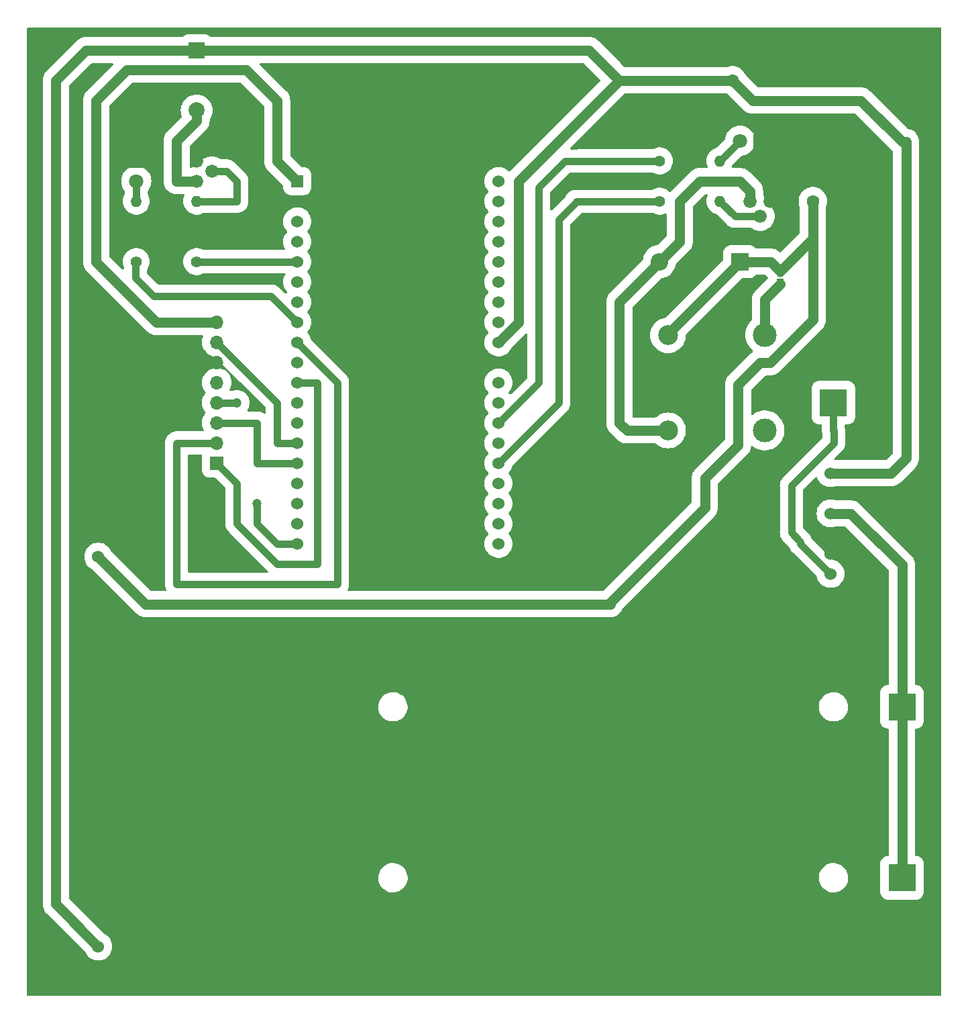
<source format=gbr>
%TF.GenerationSoftware,KiCad,Pcbnew,7.0.8*%
%TF.CreationDate,2023-11-30T20:23:53-05:00*%
%TF.ProjectId,Esquematica Proyecto,45737175-656d-4617-9469-63612050726f,rev?*%
%TF.SameCoordinates,Original*%
%TF.FileFunction,Copper,L2,Bot*%
%TF.FilePolarity,Positive*%
%FSLAX46Y46*%
G04 Gerber Fmt 4.6, Leading zero omitted, Abs format (unit mm)*
G04 Created by KiCad (PCBNEW 7.0.8) date 2023-11-30 20:23:53*
%MOMM*%
%LPD*%
G01*
G04 APERTURE LIST*
G04 Aperture macros list*
%AMRoundRect*
0 Rectangle with rounded corners*
0 $1 Rounding radius*
0 $2 $3 $4 $5 $6 $7 $8 $9 X,Y pos of 4 corners*
0 Add a 4 corners polygon primitive as box body*
4,1,4,$2,$3,$4,$5,$6,$7,$8,$9,$2,$3,0*
0 Add four circle primitives for the rounded corners*
1,1,$1+$1,$2,$3*
1,1,$1+$1,$4,$5*
1,1,$1+$1,$6,$7*
1,1,$1+$1,$8,$9*
0 Add four rect primitives between the rounded corners*
20,1,$1+$1,$2,$3,$4,$5,0*
20,1,$1+$1,$4,$5,$6,$7,0*
20,1,$1+$1,$6,$7,$8,$9,0*
20,1,$1+$1,$8,$9,$2,$3,0*%
G04 Aperture macros list end*
%TA.AperFunction,ComponentPad*%
%ADD10R,1.700000X1.700000*%
%TD*%
%TA.AperFunction,ComponentPad*%
%ADD11O,1.700000X1.700000*%
%TD*%
%TA.AperFunction,ComponentPad*%
%ADD12C,1.400000*%
%TD*%
%TA.AperFunction,ComponentPad*%
%ADD13O,1.400000X1.400000*%
%TD*%
%TA.AperFunction,ComponentPad*%
%ADD14C,1.524000*%
%TD*%
%TA.AperFunction,ComponentPad*%
%ADD15C,1.676400*%
%TD*%
%TA.AperFunction,ComponentPad*%
%ADD16R,1.800000X1.800000*%
%TD*%
%TA.AperFunction,ComponentPad*%
%ADD17C,1.800000*%
%TD*%
%TA.AperFunction,ComponentPad*%
%ADD18C,3.000000*%
%TD*%
%TA.AperFunction,ComponentPad*%
%ADD19C,2.500000*%
%TD*%
%TA.AperFunction,ComponentPad*%
%ADD20C,1.600000*%
%TD*%
%TA.AperFunction,ComponentPad*%
%ADD21R,2.000000X2.000000*%
%TD*%
%TA.AperFunction,ComponentPad*%
%ADD22C,2.000000*%
%TD*%
%TA.AperFunction,ComponentPad*%
%ADD23R,3.500000X3.500000*%
%TD*%
%TA.AperFunction,ComponentPad*%
%ADD24C,3.500000*%
%TD*%
%TA.AperFunction,ComponentPad*%
%ADD25R,1.530000X1.530000*%
%TD*%
%TA.AperFunction,ComponentPad*%
%ADD26C,1.530000*%
%TD*%
%TA.AperFunction,ComponentPad*%
%ADD27RoundRect,0.750000X0.750000X1.000000X-0.750000X1.000000X-0.750000X-1.000000X0.750000X-1.000000X0*%
%TD*%
%TA.AperFunction,ComponentPad*%
%ADD28RoundRect,0.875000X0.875000X0.875000X-0.875000X0.875000X-0.875000X-0.875000X0.875000X-0.875000X0*%
%TD*%
%TA.AperFunction,ComponentPad*%
%ADD29R,2.200000X2.200000*%
%TD*%
%TA.AperFunction,ComponentPad*%
%ADD30O,2.200000X2.200000*%
%TD*%
%TA.AperFunction,ComponentPad*%
%ADD31R,0.850000X0.850000*%
%TD*%
%TA.AperFunction,ComponentPad*%
%ADD32O,0.850000X0.850000*%
%TD*%
%TA.AperFunction,ViaPad*%
%ADD33C,1.500000*%
%TD*%
%TA.AperFunction,ViaPad*%
%ADD34C,1.200000*%
%TD*%
%TA.AperFunction,Conductor*%
%ADD35C,1.300000*%
%TD*%
%TA.AperFunction,Conductor*%
%ADD36C,0.900000*%
%TD*%
G04 APERTURE END LIST*
D10*
%TO.P,J2,1,Pin_1*%
%TO.N,/D21*%
X76200000Y-78730000D03*
D11*
%TO.P,J2,2,Pin_2*%
%TO.N,/D18*%
X76200000Y-76190000D03*
%TO.P,J2,3,Pin_3*%
%TO.N,/D23*%
X76200000Y-73650000D03*
%TO.P,J2,4,Pin_4*%
%TO.N,/D19*%
X76200000Y-71110000D03*
%TO.P,J2,5,Pin_5*%
%TO.N,unconnected-(J2-Pin_5-Pad5)*%
X76200000Y-68570000D03*
%TO.P,J2,6,Pin_6*%
%TO.N,GND*%
X76200000Y-66030000D03*
%TO.P,J2,7,Pin_7*%
%TO.N,/D22*%
X76200000Y-63490000D03*
%TO.P,J2,8,Pin_8*%
%TO.N,+3.3V*%
X76200000Y-60950000D03*
%TD*%
D12*
%TO.P,R4,1*%
%TO.N,Net-(U1-D4)*%
X73660000Y-53330000D03*
D13*
%TO.P,R4,2*%
%TO.N,Net-(Q2-B)*%
X73660000Y-45710000D03*
%TD*%
D14*
%TO.P,J3,1,Pin_1*%
%TO.N,+5V*%
X61240000Y-139690000D03*
%TO.P,J3,2,Pin_2*%
%TO.N,GND*%
X78240000Y-139690000D03*
%TO.P,J3,3,Pin_3*%
%TO.N,+12V*%
X61240000Y-90530000D03*
%TO.P,J3,4,Pin_4*%
%TO.N,GND*%
X78240000Y-90530000D03*
%TD*%
D15*
%TO.P,Q2,1,C*%
%TO.N,/-buz*%
X73660000Y-43170000D03*
%TO.P,Q2,2,B*%
%TO.N,Net-(Q2-B)*%
X75565000Y-41900000D03*
%TO.P,Q2,3,E*%
%TO.N,GND*%
X73660000Y-40630000D03*
%TD*%
D16*
%TO.P,D2,1,K*%
%TO.N,GND*%
X144780000Y-38090000D03*
D17*
%TO.P,D2,2,A*%
%TO.N,Net-(D2-A)*%
X142240000Y-38090000D03*
%TD*%
D15*
%TO.P,Q1,1,C*%
%TO.N,/-rel*%
X143510000Y-45710000D03*
%TO.P,Q1,2,B*%
%TO.N,Net-(Q1-B)*%
X144780000Y-47615000D03*
%TO.P,Q1,3,E*%
%TO.N,GND*%
X146050000Y-45710000D03*
%TD*%
D18*
%TO.P,K1,1*%
%TO.N,GND*%
X131200000Y-68570000D03*
D19*
%TO.P,K1,2*%
%TO.N,/-rel*%
X133150000Y-74620000D03*
D18*
%TO.P,K1,3*%
%TO.N,unconnected-(K1-Pad3)*%
X145350000Y-74620000D03*
%TO.P,K1,4*%
%TO.N,/-sol*%
X145400000Y-62570000D03*
D19*
%TO.P,K1,5*%
%TO.N,+12V*%
X133150000Y-62620000D03*
%TD*%
D12*
%TO.P,R2,1*%
%TO.N,Net-(U1-D14)*%
X132080000Y-40630000D03*
D13*
%TO.P,R2,2*%
%TO.N,Net-(D2-A)*%
X139700000Y-40630000D03*
%TD*%
D20*
%TO.P,C2,1*%
%TO.N,+5V*%
X141280000Y-30470000D03*
%TO.P,C2,2*%
%TO.N,GND*%
X146280000Y-30470000D03*
%TD*%
D21*
%TO.P,BZ2,1,-*%
%TO.N,+5V*%
X73660000Y-26670000D03*
D22*
%TO.P,BZ2,2,+*%
%TO.N,/-buz*%
X73660000Y-34270000D03*
%TD*%
D16*
%TO.P,D3,1,K*%
%TO.N,GND*%
X66040000Y-40630000D03*
D17*
%TO.P,D3,2,A*%
%TO.N,Net-(D3-A)*%
X66040000Y-43170000D03*
%TD*%
D20*
%TO.P,C1,1*%
%TO.N,+12V*%
X151440000Y-45710000D03*
%TO.P,C1,2*%
%TO.N,GND*%
X156440000Y-45710000D03*
%TD*%
D23*
%TO.P,BT2,1,+*%
%TO.N,+BATT*%
X162685000Y-131020000D03*
D24*
%TO.P,BT2,2,-*%
%TO.N,GND*%
X90685000Y-131020000D03*
%TD*%
D12*
%TO.P,R1,1*%
%TO.N,/D26*%
X132080000Y-45710000D03*
D13*
%TO.P,R1,2*%
%TO.N,Net-(Q1-B)*%
X139700000Y-45710000D03*
%TD*%
D14*
%TO.P,U2,1,VIN*%
%TO.N,Net-(U2-VIN)*%
X153670000Y-92700000D03*
%TO.P,U2,2,GND*%
%TO.N,GND*%
X153670000Y-90160000D03*
%TO.P,U2,3,GND*%
X153670000Y-87620000D03*
%TO.P,U2,4,BAT*%
%TO.N,+BATT*%
X153670000Y-85080000D03*
%TO.P,U2,5,GND*%
%TO.N,GND*%
X153670000Y-82540000D03*
%TO.P,U2,6,OUT-5V*%
%TO.N,+5V*%
X153670000Y-80000000D03*
%TD*%
D25*
%TO.P,U1,1,3V3*%
%TO.N,+3.3V*%
X86360000Y-43180000D03*
D26*
%TO.P,U1,2,GND*%
%TO.N,GND*%
X86360000Y-45720000D03*
%TO.P,U1,3,D15*%
%TO.N,unconnected-(U1-D15-Pad3)*%
X86360000Y-48260000D03*
%TO.P,U1,4,D2*%
%TO.N,unconnected-(U1-D2-Pad4)*%
X86360000Y-50800000D03*
%TO.P,U1,5,D4*%
%TO.N,Net-(U1-D4)*%
X86360000Y-53340000D03*
%TO.P,U1,6,RX2*%
%TO.N,unconnected-(U1-RX2-Pad6)*%
X86360000Y-55880000D03*
%TO.P,U1,7,TX2*%
%TO.N,unconnected-(U1-TX2-Pad7)*%
X86360000Y-58420000D03*
%TO.P,U1,8,D5*%
%TO.N,Net-(U1-D5)*%
X86360000Y-60960000D03*
%TO.P,U1,9,D18*%
%TO.N,/D18*%
X86360000Y-63500000D03*
%TO.P,U1,10,D19*%
%TO.N,unconnected-(U1-D19-Pad10)*%
X86360000Y-66040000D03*
%TO.P,U1,11,D21*%
%TO.N,/D21*%
X86360000Y-68580000D03*
%TO.P,U1,12,RX0*%
%TO.N,unconnected-(U1-RX0-Pad12)*%
X86360000Y-71120000D03*
%TO.P,U1,13,TX0*%
%TO.N,unconnected-(U1-TX0-Pad13)*%
X86360000Y-73660000D03*
%TO.P,U1,14,D22*%
%TO.N,/D22*%
X86360000Y-76200000D03*
%TO.P,U1,15,D23*%
%TO.N,/D23*%
X86360000Y-78740000D03*
%TO.P,U1,16,EN*%
%TO.N,unconnected-(U1-EN-Pad16)*%
X86360000Y-81280000D03*
%TO.P,U1,17,VP*%
%TO.N,unconnected-(U1-VP-Pad17)*%
X86360000Y-83820000D03*
%TO.P,U1,18,VN*%
%TO.N,unconnected-(U1-VN-Pad18)*%
X86360000Y-86360000D03*
%TO.P,U1,19,D34*%
%TO.N,/D19*%
X86360000Y-88900000D03*
%TO.P,U1,20,D35*%
%TO.N,unconnected-(U1-D35-Pad20)*%
X111760000Y-88900000D03*
%TO.P,U1,21,D32*%
%TO.N,unconnected-(U1-D32-Pad21)*%
X111760000Y-86360000D03*
%TO.P,U1,22,D33*%
%TO.N,unconnected-(U1-D33-Pad22)*%
X111760000Y-83820000D03*
%TO.P,U1,23,D25*%
%TO.N,unconnected-(U1-D25-Pad23)*%
X111760000Y-81280000D03*
%TO.P,U1,24,D26*%
%TO.N,/D26*%
X111760000Y-78740000D03*
%TO.P,U1,25,D27*%
%TO.N,unconnected-(U1-D27-Pad25)*%
X111760000Y-76200000D03*
%TO.P,U1,26,D14*%
%TO.N,Net-(U1-D14)*%
X111760000Y-73660000D03*
%TO.P,U1,27,D12*%
%TO.N,unconnected-(U1-D12-Pad27)*%
X111760000Y-71120000D03*
%TO.P,U1,28,D13*%
%TO.N,unconnected-(U1-D13-Pad28)*%
X111760000Y-68580000D03*
%TO.P,U1,29,GND*%
%TO.N,GND*%
X111760000Y-66040000D03*
%TO.P,U1,30,VIN*%
%TO.N,+5V*%
X111760000Y-63500000D03*
%TO.P,U1,31*%
%TO.N,N/C*%
X111760000Y-60960000D03*
%TO.P,U1,32*%
X111760000Y-58420000D03*
%TO.P,U1,33*%
X111760000Y-55880000D03*
%TO.P,U1,34*%
X111760000Y-53340000D03*
%TO.P,U1,35*%
X111760000Y-50800000D03*
%TO.P,U1,36*%
X111760000Y-48260000D03*
%TO.P,U1,37*%
X111760000Y-45720000D03*
%TO.P,U1,38*%
X111760000Y-43180000D03*
%TD*%
D23*
%TO.P,J4,1*%
%TO.N,Net-(U2-VIN)*%
X154020000Y-71110000D03*
D27*
%TO.P,J4,2*%
%TO.N,GND*%
X160020000Y-71110000D03*
D28*
%TO.P,J4,3*%
X157020000Y-66410000D03*
%TD*%
D29*
%TO.P,D1,1,K*%
%TO.N,+12V*%
X142240000Y-53330000D03*
D30*
%TO.P,D1,2,A*%
%TO.N,/-rel*%
X132080000Y-53330000D03*
%TD*%
D23*
%TO.P,BT3,1,+*%
%TO.N,+BATT*%
X162685000Y-109470000D03*
D24*
%TO.P,BT3,2,-*%
%TO.N,GND*%
X90685000Y-109470000D03*
%TD*%
D31*
%TO.P,J1,1,Pin_1*%
%TO.N,/-sol*%
X147320000Y-55870000D03*
D32*
%TO.P,J1,2,Pin_2*%
%TO.N,+12V*%
X147320000Y-54870000D03*
%TD*%
D12*
%TO.P,R3,1*%
%TO.N,Net-(U1-D5)*%
X66040000Y-53330000D03*
D13*
%TO.P,R3,2*%
%TO.N,Net-(D3-A)*%
X66040000Y-45710000D03*
%TD*%
D33*
%TO.N,GND*%
X68326000Y-90551000D03*
X74295000Y-90551000D03*
D34*
%TO.N,/D19*%
X78740000Y-71120000D03*
X81280000Y-83820000D03*
%TD*%
D35*
%TO.N,+5V*%
X163195000Y-78105000D02*
X163195000Y-38227000D01*
X123210000Y-26670000D02*
X127010000Y-30470000D01*
X153670000Y-80000000D02*
X161300000Y-80000000D01*
X127010000Y-30470000D02*
X114300000Y-43180000D01*
X73660000Y-26670000D02*
X123210000Y-26670000D01*
X114300000Y-60960000D02*
X111760000Y-63500000D01*
X163195000Y-38227000D02*
X162687000Y-38227000D01*
X157480000Y-33020000D02*
X143830000Y-33020000D01*
X61240000Y-139690000D02*
X55880000Y-134330000D01*
X143830000Y-33020000D02*
X141280000Y-30470000D01*
X162687000Y-38227000D02*
X157480000Y-33020000D01*
X141280000Y-30470000D02*
X127010000Y-30470000D01*
X55880000Y-134330000D02*
X55880000Y-30480000D01*
X161300000Y-80000000D02*
X163195000Y-78105000D01*
X114300000Y-43180000D02*
X114300000Y-60960000D01*
X59690000Y-26670000D02*
X73660000Y-26670000D01*
X55880000Y-30480000D02*
X59690000Y-26670000D01*
%TO.N,+BATT*%
X162685000Y-91565000D02*
X156200000Y-85080000D01*
X162685000Y-131020000D02*
X162685000Y-109470000D01*
X162685000Y-109470000D02*
X162685000Y-91565000D01*
X156200000Y-85080000D02*
X153670000Y-85080000D01*
%TO.N,+12V*%
X137795000Y-84328000D02*
X125857000Y-96266000D01*
X144780000Y-66040000D02*
X141986000Y-68834000D01*
X141986000Y-68834000D02*
X141986000Y-76454000D01*
X151440000Y-50421000D02*
X151440000Y-60650000D01*
X125857000Y-96266000D02*
X125857000Y-96520000D01*
X133150000Y-62620000D02*
X133150000Y-62420000D01*
X146109000Y-53330000D02*
X147320000Y-54541000D01*
X146050000Y-66040000D02*
X144780000Y-66040000D01*
X67230000Y-96520000D02*
X61240000Y-90530000D01*
X125857000Y-96520000D02*
X67230000Y-96520000D01*
X142240000Y-53330000D02*
X146109000Y-53330000D01*
X137795000Y-80645000D02*
X137795000Y-84328000D01*
X151440000Y-60650000D02*
X146050000Y-66040000D01*
X151440000Y-45710000D02*
X151440000Y-50421000D01*
X141986000Y-76454000D02*
X137795000Y-80645000D01*
X151440000Y-50421000D02*
X147320000Y-54541000D01*
X133150000Y-62420000D02*
X142240000Y-53330000D01*
%TO.N,GND*%
X74316000Y-90530000D02*
X74295000Y-90551000D01*
%TO.N,/-buz*%
X73660000Y-35560000D02*
X73660000Y-34270000D01*
X71130000Y-43170000D02*
X71120000Y-43180000D01*
X71120000Y-43180000D02*
X71120000Y-38100000D01*
X71120000Y-38100000D02*
X73660000Y-35560000D01*
X73660000Y-43170000D02*
X71130000Y-43170000D01*
D36*
%TO.N,Net-(D2-A)*%
X142240000Y-38090000D02*
X139700000Y-40630000D01*
%TO.N,Net-(D3-A)*%
X66040000Y-43170000D02*
X66040000Y-45710000D01*
D35*
%TO.N,/-rel*%
X134610000Y-50800000D02*
X132080000Y-53330000D01*
X133150000Y-74620000D02*
X127960000Y-74620000D01*
X127960000Y-74620000D02*
X127000000Y-73660000D01*
X134620000Y-45720000D02*
X134620000Y-50800000D01*
X137160000Y-43180000D02*
X134620000Y-45720000D01*
X134620000Y-50800000D02*
X134610000Y-50800000D01*
X127000000Y-73660000D02*
X127000000Y-58410000D01*
X127000000Y-58410000D02*
X132080000Y-53330000D01*
X142240000Y-43180000D02*
X137160000Y-43180000D01*
X143510000Y-44450000D02*
X142240000Y-43180000D01*
X143510000Y-45710000D02*
X143510000Y-44450000D01*
D36*
%TO.N,/D21*%
X76200000Y-78730000D02*
X78740000Y-81270000D01*
X83820000Y-91440000D02*
X88900000Y-91440000D01*
X78740000Y-86360000D02*
X83820000Y-91440000D01*
X88900000Y-91440000D02*
X88900000Y-68580000D01*
X88900000Y-68580000D02*
X86360000Y-68580000D01*
X78740000Y-81270000D02*
X78740000Y-86360000D01*
%TO.N,/D18*%
X91440000Y-68580000D02*
X86360000Y-63500000D01*
X71130000Y-76190000D02*
X71120000Y-76200000D01*
X71120000Y-93980000D02*
X91440000Y-93980000D01*
X91440000Y-93980000D02*
X91440000Y-68580000D01*
X76200000Y-76190000D02*
X71130000Y-76190000D01*
X71120000Y-76200000D02*
X71120000Y-93980000D01*
%TO.N,/D23*%
X81280000Y-73660000D02*
X76210000Y-73660000D01*
X76210000Y-73660000D02*
X76200000Y-73650000D01*
X86360000Y-78740000D02*
X81280000Y-78740000D01*
X81280000Y-78740000D02*
X81280000Y-73660000D01*
%TO.N,/D22*%
X83820000Y-71110000D02*
X83820000Y-76200000D01*
X76200000Y-63490000D02*
X83820000Y-71110000D01*
X83820000Y-76200000D02*
X86360000Y-76200000D01*
D35*
%TO.N,+3.3V*%
X68570000Y-60950000D02*
X60960000Y-53340000D01*
X83820000Y-33020000D02*
X83820000Y-40640000D01*
X76200000Y-60950000D02*
X68570000Y-60950000D01*
X60960000Y-53340000D02*
X60960000Y-33020000D01*
X64833500Y-29146500D02*
X79946500Y-29146500D01*
X60960000Y-33020000D02*
X64833500Y-29146500D01*
X83820000Y-40640000D02*
X86360000Y-43180000D01*
X79946500Y-29146500D02*
X83820000Y-33020000D01*
D36*
%TO.N,Net-(U2-VIN)*%
X153670000Y-92700000D02*
X149860000Y-88890000D01*
X148717000Y-81534000D02*
X154051000Y-76200000D01*
X149860000Y-88890000D02*
X149850000Y-88890000D01*
X149850000Y-88636000D02*
X149850000Y-88890000D01*
X154051000Y-74611000D02*
X154020000Y-74580000D01*
X148717000Y-87503000D02*
X149850000Y-88636000D01*
X154051000Y-76200000D02*
X154051000Y-74611000D01*
X148717000Y-87503000D02*
X148717000Y-81534000D01*
X154020000Y-74580000D02*
X154020000Y-71110000D01*
%TO.N,Net-(Q1-B)*%
X139700000Y-45710000D02*
X141605000Y-47615000D01*
X141605000Y-47615000D02*
X144780000Y-47615000D01*
%TO.N,Net-(Q2-B)*%
X78740000Y-43180000D02*
X78740000Y-45720000D01*
X78740000Y-45720000D02*
X73670000Y-45720000D01*
X77460000Y-41900000D02*
X78740000Y-43180000D01*
X73670000Y-45720000D02*
X73660000Y-45710000D01*
X75565000Y-41900000D02*
X77460000Y-41900000D01*
%TO.N,/D26*%
X119380000Y-71120000D02*
X111760000Y-78740000D01*
X119380000Y-48006000D02*
X121539000Y-45847000D01*
X132080000Y-45710000D02*
X132070000Y-45720000D01*
X121539000Y-45847000D02*
X121539000Y-45720000D01*
X119380000Y-48006000D02*
X119380000Y-71120000D01*
X132070000Y-45720000D02*
X121539000Y-45720000D01*
%TO.N,Net-(U1-D5)*%
X65913000Y-55372000D02*
X65913000Y-53457000D01*
X65913000Y-53457000D02*
X66040000Y-53330000D01*
X86360000Y-60960000D02*
X83058000Y-57658000D01*
X83058000Y-57658000D02*
X68199000Y-57658000D01*
X68199000Y-57658000D02*
X65913000Y-55372000D01*
%TO.N,Net-(U1-D4)*%
X73660000Y-53330000D02*
X86350000Y-53330000D01*
X86350000Y-53330000D02*
X86360000Y-53340000D01*
D35*
%TO.N,/-sol*%
X145400000Y-62570000D02*
X145400000Y-58119000D01*
X145400000Y-58119000D02*
X147320000Y-56199000D01*
D36*
%TO.N,/D19*%
X86360000Y-88900000D02*
X83820000Y-88900000D01*
X76200000Y-71110000D02*
X78730000Y-71110000D01*
X81280000Y-86360000D02*
X81280000Y-83820000D01*
X83820000Y-88900000D02*
X81280000Y-86360000D01*
X78730000Y-71110000D02*
X78740000Y-71120000D01*
%TO.N,Net-(U1-D14)*%
X120142000Y-40640000D02*
X116840000Y-43942000D01*
X132080000Y-40630000D02*
X121930000Y-40630000D01*
X121930000Y-40630000D02*
X121920000Y-40640000D01*
X116840000Y-43942000D02*
X116840000Y-68580000D01*
X116840000Y-68580000D02*
X111760000Y-73660000D01*
X121920000Y-40640000D02*
X120142000Y-40640000D01*
%TD*%
%TA.AperFunction,Conductor*%
%TO.N,GND*%
G36*
X74297159Y-77660185D02*
G01*
X74342914Y-77712989D01*
X74353633Y-77775481D01*
X74349500Y-77821965D01*
X74349500Y-77821966D01*
X74349501Y-79638032D01*
X74349501Y-79638033D01*
X74360113Y-79757415D01*
X74416089Y-79953045D01*
X74416090Y-79953048D01*
X74416091Y-79953049D01*
X74510302Y-80133407D01*
X74532327Y-80160418D01*
X74638890Y-80291109D01*
X74689220Y-80332147D01*
X74796593Y-80419698D01*
X74976951Y-80513909D01*
X75172582Y-80569886D01*
X75291963Y-80580500D01*
X75291964Y-80580499D01*
X75291965Y-80580500D01*
X75291966Y-80580500D01*
X75292004Y-80580499D01*
X75947820Y-80580499D01*
X76014859Y-80600183D01*
X76035501Y-80616818D01*
X77253181Y-81834497D01*
X77286666Y-81895820D01*
X77289500Y-81922178D01*
X77289500Y-86266090D01*
X77289024Y-86273765D01*
X77285772Y-86299853D01*
X77289500Y-86389986D01*
X77289500Y-86419987D01*
X77291977Y-86449892D01*
X77295705Y-86540028D01*
X77295707Y-86540041D01*
X77301100Y-86565761D01*
X77302209Y-86573369D01*
X77304379Y-86599561D01*
X77326522Y-86687000D01*
X77345036Y-86775300D01*
X77345038Y-86775306D01*
X77354589Y-86799784D01*
X77356935Y-86807106D01*
X77363389Y-86832590D01*
X77399623Y-86915194D01*
X77432415Y-86999233D01*
X77432418Y-86999240D01*
X77445872Y-87021819D01*
X77449391Y-87028657D01*
X77459946Y-87052720D01*
X77459950Y-87052726D01*
X77509294Y-87128252D01*
X77555465Y-87205738D01*
X77572451Y-87225794D01*
X77577047Y-87231957D01*
X77591425Y-87253964D01*
X77591429Y-87253969D01*
X77652527Y-87320340D01*
X77661895Y-87331400D01*
X77671920Y-87343237D01*
X77693141Y-87364459D01*
X77754232Y-87430821D01*
X77754237Y-87430826D01*
X77774981Y-87446972D01*
X77780746Y-87452063D01*
X82646502Y-92317819D01*
X82679987Y-92379142D01*
X82675003Y-92448834D01*
X82633131Y-92504767D01*
X82567667Y-92529184D01*
X82558821Y-92529500D01*
X72694500Y-92529500D01*
X72627461Y-92509815D01*
X72581706Y-92457011D01*
X72570500Y-92405500D01*
X72570500Y-77764500D01*
X72590185Y-77697461D01*
X72642989Y-77651706D01*
X72694500Y-77640500D01*
X74230120Y-77640500D01*
X74297159Y-77660185D01*
G37*
%TD.AperFunction*%
%TA.AperFunction,Conductor*%
G36*
X167583039Y-23859185D02*
G01*
X167628794Y-23911989D01*
X167640000Y-23963500D01*
X167640000Y-145815500D01*
X167620315Y-145882539D01*
X167567511Y-145928294D01*
X167516000Y-145939500D01*
X52321000Y-145939500D01*
X52253961Y-145919815D01*
X52208206Y-145867011D01*
X52197000Y-145815500D01*
X52197000Y-134329999D01*
X54224396Y-134329999D01*
X54229500Y-134394853D01*
X54244778Y-134588990D01*
X54305427Y-134841610D01*
X54404843Y-135081623D01*
X54404845Y-135081627D01*
X54404846Y-135081628D01*
X54540588Y-135303140D01*
X54709311Y-135500689D01*
X54756939Y-135541367D01*
X54760490Y-135544650D01*
X57285783Y-138069943D01*
X59613069Y-140397229D01*
X59640814Y-140439603D01*
X59647586Y-140456855D01*
X59647590Y-140456864D01*
X59779671Y-140685636D01*
X59912699Y-140852449D01*
X59944376Y-140892170D01*
X60127176Y-141061782D01*
X60138018Y-141071842D01*
X60356279Y-141220650D01*
X60356284Y-141220652D01*
X60356285Y-141220653D01*
X60356286Y-141220654D01*
X60482688Y-141281525D01*
X60594277Y-141335263D01*
X60594278Y-141335263D01*
X60594281Y-141335265D01*
X60846707Y-141413129D01*
X60846708Y-141413129D01*
X60846711Y-141413130D01*
X61107911Y-141452499D01*
X61107916Y-141452499D01*
X61107919Y-141452500D01*
X61107920Y-141452500D01*
X61372080Y-141452500D01*
X61372081Y-141452500D01*
X61372088Y-141452499D01*
X61633288Y-141413130D01*
X61633289Y-141413129D01*
X61633293Y-141413129D01*
X61885719Y-141335265D01*
X62123721Y-141220650D01*
X62341982Y-141071842D01*
X62535627Y-140892166D01*
X62700329Y-140685636D01*
X62832410Y-140456864D01*
X62928920Y-140210963D01*
X62987701Y-139953424D01*
X63007442Y-139690000D01*
X62987701Y-139426576D01*
X62928920Y-139169037D01*
X62832410Y-138923136D01*
X62700329Y-138694364D01*
X62535627Y-138487834D01*
X62535626Y-138487833D01*
X62535623Y-138487829D01*
X62341982Y-138308158D01*
X62123721Y-138159350D01*
X62123717Y-138159348D01*
X62123714Y-138159346D01*
X62123713Y-138159345D01*
X61987983Y-138093982D01*
X61954103Y-138069943D01*
X57566819Y-133682659D01*
X57533334Y-133621336D01*
X57530500Y-133594978D01*
X57530500Y-131087763D01*
X96575787Y-131087763D01*
X96605413Y-131357013D01*
X96605415Y-131357024D01*
X96673926Y-131619082D01*
X96673928Y-131619088D01*
X96779870Y-131868390D01*
X96851998Y-131986575D01*
X96920979Y-132099605D01*
X96920986Y-132099615D01*
X97094253Y-132307819D01*
X97094259Y-132307824D01*
X97295998Y-132488582D01*
X97521910Y-132638044D01*
X97767176Y-132753020D01*
X97767183Y-132753022D01*
X97767185Y-132753023D01*
X98026557Y-132831057D01*
X98026564Y-132831058D01*
X98026569Y-132831060D01*
X98294561Y-132870500D01*
X98294566Y-132870500D01*
X98497636Y-132870500D01*
X98549133Y-132866730D01*
X98700156Y-132855677D01*
X98824236Y-132828037D01*
X98964546Y-132796782D01*
X98964548Y-132796781D01*
X98964553Y-132796780D01*
X99217558Y-132700014D01*
X99453777Y-132567441D01*
X99668177Y-132401888D01*
X99856186Y-132206881D01*
X100013799Y-131986579D01*
X100087787Y-131842669D01*
X100137649Y-131745690D01*
X100137651Y-131745684D01*
X100137656Y-131745675D01*
X100225118Y-131489305D01*
X100274319Y-131222933D01*
X100279259Y-131087763D01*
X152185787Y-131087763D01*
X152215413Y-131357013D01*
X152215415Y-131357024D01*
X152283926Y-131619082D01*
X152283928Y-131619088D01*
X152389870Y-131868390D01*
X152461998Y-131986575D01*
X152530979Y-132099605D01*
X152530986Y-132099615D01*
X152704253Y-132307819D01*
X152704259Y-132307824D01*
X152905998Y-132488582D01*
X153131910Y-132638044D01*
X153377176Y-132753020D01*
X153377183Y-132753022D01*
X153377185Y-132753023D01*
X153636557Y-132831057D01*
X153636564Y-132831058D01*
X153636569Y-132831060D01*
X153904561Y-132870500D01*
X153904566Y-132870500D01*
X154107636Y-132870500D01*
X154159133Y-132866730D01*
X154310156Y-132855677D01*
X154434236Y-132828037D01*
X154574546Y-132796782D01*
X154574548Y-132796781D01*
X154574553Y-132796780D01*
X154827558Y-132700014D01*
X155063777Y-132567441D01*
X155278177Y-132401888D01*
X155466186Y-132206881D01*
X155623799Y-131986579D01*
X155697787Y-131842669D01*
X155747649Y-131745690D01*
X155747651Y-131745684D01*
X155747656Y-131745675D01*
X155835118Y-131489305D01*
X155884319Y-131222933D01*
X155894212Y-130952235D01*
X155864586Y-130682982D01*
X155796072Y-130420912D01*
X155690130Y-130171610D01*
X155549018Y-129940390D01*
X155459747Y-129833119D01*
X155375746Y-129732180D01*
X155375740Y-129732175D01*
X155174002Y-129551418D01*
X154948092Y-129401957D01*
X154948090Y-129401956D01*
X154702824Y-129286980D01*
X154702819Y-129286978D01*
X154702814Y-129286976D01*
X154443442Y-129208942D01*
X154443428Y-129208939D01*
X154327791Y-129191921D01*
X154175439Y-129169500D01*
X153972369Y-129169500D01*
X153972364Y-129169500D01*
X153769844Y-129184323D01*
X153769831Y-129184325D01*
X153505453Y-129243217D01*
X153505446Y-129243220D01*
X153252439Y-129339987D01*
X153016226Y-129472557D01*
X152801822Y-129638112D01*
X152613822Y-129833109D01*
X152613816Y-129833116D01*
X152456202Y-130053419D01*
X152456199Y-130053424D01*
X152332350Y-130294309D01*
X152332343Y-130294327D01*
X152244884Y-130550685D01*
X152244881Y-130550699D01*
X152195681Y-130817068D01*
X152195680Y-130817075D01*
X152185787Y-131087763D01*
X100279259Y-131087763D01*
X100284212Y-130952235D01*
X100254586Y-130682982D01*
X100186072Y-130420912D01*
X100080130Y-130171610D01*
X99939018Y-129940390D01*
X99849747Y-129833119D01*
X99765746Y-129732180D01*
X99765740Y-129732175D01*
X99564002Y-129551418D01*
X99338092Y-129401957D01*
X99338090Y-129401956D01*
X99092824Y-129286980D01*
X99092819Y-129286978D01*
X99092814Y-129286976D01*
X98833442Y-129208942D01*
X98833428Y-129208939D01*
X98717791Y-129191921D01*
X98565439Y-129169500D01*
X98362369Y-129169500D01*
X98362364Y-129169500D01*
X98159844Y-129184323D01*
X98159831Y-129184325D01*
X97895453Y-129243217D01*
X97895446Y-129243220D01*
X97642439Y-129339987D01*
X97406226Y-129472557D01*
X97191822Y-129638112D01*
X97003822Y-129833109D01*
X97003816Y-129833116D01*
X96846202Y-130053419D01*
X96846199Y-130053424D01*
X96722350Y-130294309D01*
X96722343Y-130294327D01*
X96634884Y-130550685D01*
X96634881Y-130550699D01*
X96585681Y-130817068D01*
X96585680Y-130817075D01*
X96575787Y-131087763D01*
X57530500Y-131087763D01*
X57530500Y-109537763D01*
X96575787Y-109537763D01*
X96605413Y-109807013D01*
X96605415Y-109807024D01*
X96673926Y-110069082D01*
X96673928Y-110069088D01*
X96779870Y-110318390D01*
X96851998Y-110436575D01*
X96920979Y-110549605D01*
X96920986Y-110549615D01*
X97094253Y-110757819D01*
X97094259Y-110757824D01*
X97295998Y-110938582D01*
X97521910Y-111088044D01*
X97767176Y-111203020D01*
X97767183Y-111203022D01*
X97767185Y-111203023D01*
X98026557Y-111281057D01*
X98026564Y-111281058D01*
X98026569Y-111281060D01*
X98294561Y-111320500D01*
X98294566Y-111320500D01*
X98497636Y-111320500D01*
X98549133Y-111316730D01*
X98700156Y-111305677D01*
X98824236Y-111278037D01*
X98964546Y-111246782D01*
X98964548Y-111246781D01*
X98964553Y-111246780D01*
X99217558Y-111150014D01*
X99453777Y-111017441D01*
X99668177Y-110851888D01*
X99856186Y-110656881D01*
X100013799Y-110436579D01*
X100087787Y-110292669D01*
X100137649Y-110195690D01*
X100137651Y-110195684D01*
X100137656Y-110195675D01*
X100225118Y-109939305D01*
X100274319Y-109672933D01*
X100279259Y-109537763D01*
X152185787Y-109537763D01*
X152215413Y-109807013D01*
X152215415Y-109807024D01*
X152283926Y-110069082D01*
X152283928Y-110069088D01*
X152389870Y-110318390D01*
X152461998Y-110436575D01*
X152530979Y-110549605D01*
X152530986Y-110549615D01*
X152704253Y-110757819D01*
X152704259Y-110757824D01*
X152905998Y-110938582D01*
X153131910Y-111088044D01*
X153377176Y-111203020D01*
X153377183Y-111203022D01*
X153377185Y-111203023D01*
X153636557Y-111281057D01*
X153636564Y-111281058D01*
X153636569Y-111281060D01*
X153904561Y-111320500D01*
X153904566Y-111320500D01*
X154107636Y-111320500D01*
X154159133Y-111316730D01*
X154310156Y-111305677D01*
X154434236Y-111278037D01*
X154574546Y-111246782D01*
X154574548Y-111246781D01*
X154574553Y-111246780D01*
X154827558Y-111150014D01*
X155063777Y-111017441D01*
X155278177Y-110851888D01*
X155466186Y-110656881D01*
X155623799Y-110436579D01*
X155697787Y-110292669D01*
X155747649Y-110195690D01*
X155747651Y-110195684D01*
X155747656Y-110195675D01*
X155835118Y-109939305D01*
X155884319Y-109672933D01*
X155894212Y-109402235D01*
X155864586Y-109132982D01*
X155796072Y-108870912D01*
X155690130Y-108621610D01*
X155549018Y-108390390D01*
X155459747Y-108283119D01*
X155375746Y-108182180D01*
X155375740Y-108182175D01*
X155174002Y-108001418D01*
X154948092Y-107851957D01*
X154948090Y-107851956D01*
X154702824Y-107736980D01*
X154702819Y-107736978D01*
X154702814Y-107736976D01*
X154443442Y-107658942D01*
X154443428Y-107658939D01*
X154327791Y-107641921D01*
X154175439Y-107619500D01*
X153972369Y-107619500D01*
X153972364Y-107619500D01*
X153769844Y-107634323D01*
X153769831Y-107634325D01*
X153505453Y-107693217D01*
X153505446Y-107693220D01*
X153252439Y-107789987D01*
X153016226Y-107922557D01*
X152801822Y-108088112D01*
X152613822Y-108283109D01*
X152613816Y-108283116D01*
X152456202Y-108503419D01*
X152456199Y-108503424D01*
X152332350Y-108744309D01*
X152332343Y-108744327D01*
X152244884Y-109000685D01*
X152244881Y-109000699D01*
X152195681Y-109267068D01*
X152195680Y-109267075D01*
X152185787Y-109537763D01*
X100279259Y-109537763D01*
X100284212Y-109402235D01*
X100254586Y-109132982D01*
X100186072Y-108870912D01*
X100080130Y-108621610D01*
X99939018Y-108390390D01*
X99849747Y-108283119D01*
X99765746Y-108182180D01*
X99765740Y-108182175D01*
X99564002Y-108001418D01*
X99338092Y-107851957D01*
X99338090Y-107851956D01*
X99092824Y-107736980D01*
X99092819Y-107736978D01*
X99092814Y-107736976D01*
X98833442Y-107658942D01*
X98833428Y-107658939D01*
X98717791Y-107641921D01*
X98565439Y-107619500D01*
X98362369Y-107619500D01*
X98362364Y-107619500D01*
X98159844Y-107634323D01*
X98159831Y-107634325D01*
X97895453Y-107693217D01*
X97895446Y-107693220D01*
X97642439Y-107789987D01*
X97406226Y-107922557D01*
X97191822Y-108088112D01*
X97003822Y-108283109D01*
X97003816Y-108283116D01*
X96846202Y-108503419D01*
X96846199Y-108503424D01*
X96722350Y-108744309D01*
X96722343Y-108744327D01*
X96634884Y-109000685D01*
X96634881Y-109000699D01*
X96585681Y-109267068D01*
X96585680Y-109267075D01*
X96575787Y-109537763D01*
X57530500Y-109537763D01*
X57530500Y-31215022D01*
X57550185Y-31147983D01*
X57566819Y-31127341D01*
X60337341Y-28356819D01*
X60398664Y-28323334D01*
X60425022Y-28320500D01*
X63025978Y-28320500D01*
X63093017Y-28340185D01*
X63138772Y-28392989D01*
X63148716Y-28462147D01*
X63119691Y-28525703D01*
X63113659Y-28532181D01*
X59840502Y-31805336D01*
X59836927Y-31808641D01*
X59789312Y-31849310D01*
X59620588Y-32046859D01*
X59484843Y-32268376D01*
X59385428Y-32508387D01*
X59385424Y-32508400D01*
X59326399Y-32754259D01*
X59324780Y-32761001D01*
X59324779Y-32761004D01*
X59304396Y-33020000D01*
X59309309Y-33082426D01*
X59309500Y-33087292D01*
X59309500Y-53272706D01*
X59309309Y-53277572D01*
X59304396Y-53339999D01*
X59309500Y-53404853D01*
X59324778Y-53598990D01*
X59385427Y-53851610D01*
X59484843Y-54091623D01*
X59484845Y-54091627D01*
X59484846Y-54091628D01*
X59620588Y-54313140D01*
X59789311Y-54510689D01*
X59836939Y-54551367D01*
X59840490Y-54554650D01*
X67355347Y-62069507D01*
X67358640Y-62073070D01*
X67399311Y-62120689D01*
X67448777Y-62162937D01*
X67448778Y-62162938D01*
X67448787Y-62162946D01*
X67448802Y-62162960D01*
X67596856Y-62289409D01*
X67596860Y-62289412D01*
X67818372Y-62425154D01*
X67818374Y-62425154D01*
X67818376Y-62425156D01*
X67879693Y-62450554D01*
X68058390Y-62524573D01*
X68311006Y-62585221D01*
X68570000Y-62605604D01*
X68628276Y-62601017D01*
X68632427Y-62600691D01*
X68637293Y-62600500D01*
X74378147Y-62600500D01*
X74445186Y-62620185D01*
X74490941Y-62672989D01*
X74500885Y-62742147D01*
X74494331Y-62767824D01*
X74419923Y-62967322D01*
X74419922Y-62967325D01*
X74419921Y-62967329D01*
X74363658Y-63225965D01*
X74363657Y-63225972D01*
X74344773Y-63489998D01*
X74344773Y-63490001D01*
X74363657Y-63754027D01*
X74363658Y-63754034D01*
X74419921Y-64012673D01*
X74512426Y-64260690D01*
X74512428Y-64260694D01*
X74639280Y-64493005D01*
X74639285Y-64493013D01*
X74797906Y-64704907D01*
X74797922Y-64704925D01*
X74985074Y-64892077D01*
X74985092Y-64892093D01*
X75196986Y-65050714D01*
X75196994Y-65050719D01*
X75429305Y-65177571D01*
X75429309Y-65177573D01*
X75429311Y-65177574D01*
X75677322Y-65270077D01*
X75677325Y-65270077D01*
X75677326Y-65270078D01*
X75685380Y-65271830D01*
X75935974Y-65326343D01*
X75942664Y-65326821D01*
X76008128Y-65351231D01*
X76021507Y-65362824D01*
X79178987Y-68520304D01*
X82333181Y-71674497D01*
X82366666Y-71735820D01*
X82369500Y-71762178D01*
X82369500Y-72410043D01*
X82349815Y-72477082D01*
X82297011Y-72522837D01*
X82227853Y-72532781D01*
X82177678Y-72513851D01*
X82125720Y-72479906D01*
X82121549Y-72476927D01*
X82076068Y-72441529D01*
X82076069Y-72441529D01*
X82025381Y-72414098D01*
X82020983Y-72411477D01*
X81972728Y-72379951D01*
X81972725Y-72379949D01*
X81972724Y-72379949D01*
X81919941Y-72356796D01*
X81915335Y-72354544D01*
X81864666Y-72327122D01*
X81864651Y-72327116D01*
X81810149Y-72308405D01*
X81805374Y-72306542D01*
X81772503Y-72292124D01*
X81752591Y-72283390D01*
X81752589Y-72283389D01*
X81752588Y-72283389D01*
X81752580Y-72283386D01*
X81696715Y-72269239D01*
X81691802Y-72267777D01*
X81637297Y-72249066D01*
X81637295Y-72249065D01*
X81580443Y-72239578D01*
X81575427Y-72238526D01*
X81519566Y-72224380D01*
X81501397Y-72222874D01*
X81462124Y-72219620D01*
X81457050Y-72218988D01*
X81400192Y-72209500D01*
X81400191Y-72209500D01*
X80170883Y-72209500D01*
X80103844Y-72189815D01*
X80058089Y-72137011D01*
X80048145Y-72067853D01*
X80065156Y-72020710D01*
X80170466Y-71848859D01*
X80227645Y-71710816D01*
X80266873Y-71616111D01*
X80325683Y-71371148D01*
X80345449Y-71120000D01*
X80325683Y-70868852D01*
X80266873Y-70623889D01*
X80223503Y-70519183D01*
X80170466Y-70391140D01*
X80038839Y-70176346D01*
X80038838Y-70176343D01*
X79948818Y-70070944D01*
X79875224Y-69984776D01*
X79717422Y-69850000D01*
X79683656Y-69821161D01*
X79683653Y-69821160D01*
X79468859Y-69689533D01*
X79236110Y-69593126D01*
X78991151Y-69534317D01*
X78740000Y-69514551D01*
X78488848Y-69534317D01*
X78243886Y-69593127D01*
X78106438Y-69650061D01*
X78058985Y-69659500D01*
X77922481Y-69659500D01*
X77855442Y-69639815D01*
X77809687Y-69587011D01*
X77799743Y-69517853D01*
X77813649Y-69476073D01*
X77887571Y-69340694D01*
X77887573Y-69340690D01*
X77887574Y-69340689D01*
X77980077Y-69092678D01*
X78036343Y-68834026D01*
X78053876Y-68588885D01*
X78055227Y-68570001D01*
X78055227Y-68569998D01*
X78044934Y-68426089D01*
X78036343Y-68305974D01*
X77998689Y-68132879D01*
X77980078Y-68047326D01*
X77971678Y-68024805D01*
X77887574Y-67799311D01*
X77852053Y-67734260D01*
X77760719Y-67566994D01*
X77760714Y-67566986D01*
X77602093Y-67355092D01*
X77602077Y-67355074D01*
X77414925Y-67167922D01*
X77414907Y-67167906D01*
X77203013Y-67009285D01*
X77203005Y-67009280D01*
X76970694Y-66882428D01*
X76970690Y-66882426D01*
X76722673Y-66789921D01*
X76464034Y-66733658D01*
X76464027Y-66733657D01*
X76200001Y-66714773D01*
X76199999Y-66714773D01*
X75935972Y-66733657D01*
X75935965Y-66733658D01*
X75677326Y-66789921D01*
X75429309Y-66882426D01*
X75429305Y-66882428D01*
X75196994Y-67009280D01*
X75196986Y-67009285D01*
X74985092Y-67167906D01*
X74985074Y-67167922D01*
X74797922Y-67355074D01*
X74797906Y-67355092D01*
X74639285Y-67566986D01*
X74639280Y-67566994D01*
X74512428Y-67799305D01*
X74512426Y-67799309D01*
X74419921Y-68047326D01*
X74363658Y-68305965D01*
X74363657Y-68305972D01*
X74344773Y-68569998D01*
X74344773Y-68570001D01*
X74363657Y-68834027D01*
X74363658Y-68834034D01*
X74419921Y-69092673D01*
X74512426Y-69340690D01*
X74512428Y-69340694D01*
X74639280Y-69573005D01*
X74639285Y-69573013D01*
X74783520Y-69765690D01*
X74807937Y-69831155D01*
X74793085Y-69899427D01*
X74783520Y-69914310D01*
X74639285Y-70106986D01*
X74639280Y-70106994D01*
X74512428Y-70339305D01*
X74512426Y-70339309D01*
X74419921Y-70587326D01*
X74363658Y-70845965D01*
X74363657Y-70845972D01*
X74344773Y-71109998D01*
X74344773Y-71110001D01*
X74363657Y-71374027D01*
X74363658Y-71374034D01*
X74419921Y-71632673D01*
X74512426Y-71880690D01*
X74512428Y-71880694D01*
X74639280Y-72113005D01*
X74639285Y-72113013D01*
X74783520Y-72305690D01*
X74807937Y-72371155D01*
X74793085Y-72439427D01*
X74783520Y-72454310D01*
X74639285Y-72646986D01*
X74639280Y-72646994D01*
X74512428Y-72879305D01*
X74512426Y-72879309D01*
X74419921Y-73127326D01*
X74363658Y-73385965D01*
X74363657Y-73385972D01*
X74344773Y-73649998D01*
X74344773Y-73650001D01*
X74363657Y-73914027D01*
X74363658Y-73914034D01*
X74419921Y-74172673D01*
X74512426Y-74420690D01*
X74512428Y-74420694D01*
X74586351Y-74556073D01*
X74601203Y-74624346D01*
X74576786Y-74689810D01*
X74520853Y-74731682D01*
X74477519Y-74739500D01*
X71223910Y-74739500D01*
X71216237Y-74739024D01*
X71190147Y-74735772D01*
X71190145Y-74735772D01*
X71100014Y-74739500D01*
X71070010Y-74739500D01*
X71040108Y-74741977D01*
X70949964Y-74745706D01*
X70924239Y-74751100D01*
X70916630Y-74752209D01*
X70890444Y-74754378D01*
X70890436Y-74754380D01*
X70802998Y-74776522D01*
X70714703Y-74795035D01*
X70714700Y-74795035D01*
X70690211Y-74804591D01*
X70682891Y-74806936D01*
X70657410Y-74813389D01*
X70657408Y-74813389D01*
X70608670Y-74834768D01*
X70574792Y-74849628D01*
X70532777Y-74866023D01*
X70490762Y-74882417D01*
X70490755Y-74882421D01*
X70468183Y-74895870D01*
X70461350Y-74899388D01*
X70437269Y-74909952D01*
X70361741Y-74959297D01*
X70350773Y-74965832D01*
X70329397Y-74978570D01*
X70324571Y-74981182D01*
X70323931Y-74981529D01*
X70318719Y-74984932D01*
X70284260Y-75005467D01*
X70284259Y-75005468D01*
X70284249Y-75005475D01*
X70264201Y-75022454D01*
X70258042Y-75027046D01*
X70236027Y-75041431D01*
X70178048Y-75094804D01*
X70174138Y-75098115D01*
X70134237Y-75129174D01*
X70134235Y-75129175D01*
X70099992Y-75166371D01*
X70096371Y-75169992D01*
X70059175Y-75204235D01*
X70059174Y-75204237D01*
X70028115Y-75244138D01*
X70024804Y-75248048D01*
X69971431Y-75306027D01*
X69957046Y-75328042D01*
X69952454Y-75334201D01*
X69935468Y-75354256D01*
X69914934Y-75388715D01*
X69911534Y-75393920D01*
X69908573Y-75399391D01*
X69889294Y-75431747D01*
X69839955Y-75507264D01*
X69839948Y-75507276D01*
X69829391Y-75531344D01*
X69825873Y-75538178D01*
X69812417Y-75560761D01*
X69812415Y-75560766D01*
X69779623Y-75644805D01*
X69743389Y-75727411D01*
X69736938Y-75752885D01*
X69734593Y-75760206D01*
X69725037Y-75784699D01*
X69725036Y-75784699D01*
X69706522Y-75872999D01*
X69684380Y-75960436D01*
X69684378Y-75960444D01*
X69682209Y-75986630D01*
X69681100Y-75994239D01*
X69675706Y-76019964D01*
X69671977Y-76110108D01*
X69669500Y-76140013D01*
X69669500Y-76170013D01*
X69665771Y-76260145D01*
X69665771Y-76260146D01*
X69669023Y-76286233D01*
X69669500Y-76293909D01*
X69669500Y-94100190D01*
X69678988Y-94157050D01*
X69679620Y-94162121D01*
X69682874Y-94201397D01*
X69684380Y-94219566D01*
X69698526Y-94275427D01*
X69699578Y-94280443D01*
X69709065Y-94337295D01*
X69709066Y-94337297D01*
X69727777Y-94391802D01*
X69729239Y-94396715D01*
X69743386Y-94452580D01*
X69743389Y-94452588D01*
X69743390Y-94452591D01*
X69752124Y-94472503D01*
X69766542Y-94505374D01*
X69768405Y-94510149D01*
X69787116Y-94564651D01*
X69787122Y-94564666D01*
X69814544Y-94615335D01*
X69816796Y-94619941D01*
X69839950Y-94672728D01*
X69843187Y-94677682D01*
X69863373Y-94744572D01*
X69844190Y-94811757D01*
X69791730Y-94857906D01*
X69739376Y-94869500D01*
X67965022Y-94869500D01*
X67897983Y-94849815D01*
X67877341Y-94833181D01*
X62866928Y-89822768D01*
X62839181Y-89780389D01*
X62832410Y-89763136D01*
X62700329Y-89534364D01*
X62535627Y-89327834D01*
X62535626Y-89327833D01*
X62535623Y-89327829D01*
X62341982Y-89148158D01*
X62123721Y-88999350D01*
X62123717Y-88999348D01*
X62123714Y-88999346D01*
X62123713Y-88999345D01*
X61885721Y-88884736D01*
X61885723Y-88884736D01*
X61633294Y-88806871D01*
X61633288Y-88806869D01*
X61372088Y-88767500D01*
X61372081Y-88767500D01*
X61107919Y-88767500D01*
X61107911Y-88767500D01*
X60846711Y-88806869D01*
X60846705Y-88806871D01*
X60594277Y-88884736D01*
X60356286Y-88999345D01*
X60356285Y-88999346D01*
X60138017Y-89148158D01*
X59944376Y-89327829D01*
X59779671Y-89534364D01*
X59647591Y-89763133D01*
X59647589Y-89763137D01*
X59551080Y-90009036D01*
X59551077Y-90009046D01*
X59492298Y-90266575D01*
X59492298Y-90266577D01*
X59472558Y-90529995D01*
X59472558Y-90530004D01*
X59492298Y-90793422D01*
X59492298Y-90793424D01*
X59551077Y-91050953D01*
X59551080Y-91050963D01*
X59647590Y-91296864D01*
X59779671Y-91525636D01*
X59912699Y-91692449D01*
X59944376Y-91732170D01*
X60127176Y-91901782D01*
X60138018Y-91911842D01*
X60356279Y-92060650D01*
X60492020Y-92126019D01*
X60525895Y-92150055D01*
X66015347Y-97639507D01*
X66018640Y-97643070D01*
X66059311Y-97690689D01*
X66108777Y-97732937D01*
X66108778Y-97732938D01*
X66108787Y-97732946D01*
X66108802Y-97732960D01*
X66256856Y-97859409D01*
X66256860Y-97859412D01*
X66478371Y-97995154D01*
X66548671Y-98024272D01*
X66718390Y-98094573D01*
X66971006Y-98155221D01*
X67230000Y-98175604D01*
X67288276Y-98171017D01*
X67292427Y-98170691D01*
X67297293Y-98170500D01*
X125789707Y-98170500D01*
X125794573Y-98170691D01*
X125799052Y-98171043D01*
X125857000Y-98175604D01*
X126115994Y-98155221D01*
X126368610Y-98094573D01*
X126608628Y-97995154D01*
X126830140Y-97859412D01*
X127027689Y-97690689D01*
X127196412Y-97493140D01*
X127332154Y-97271628D01*
X127426394Y-97044112D01*
X127453271Y-97003887D01*
X138914501Y-85542656D01*
X138918053Y-85539373D01*
X138965689Y-85498689D01*
X138965694Y-85498682D01*
X138965700Y-85498677D01*
X139134404Y-85301149D01*
X139134412Y-85301140D01*
X139161201Y-85257425D01*
X139270154Y-85079628D01*
X139369573Y-84839610D01*
X139430222Y-84586993D01*
X139450605Y-84328000D01*
X139445691Y-84265559D01*
X139445500Y-84260693D01*
X139445500Y-81380021D01*
X139465185Y-81312982D01*
X139481814Y-81292345D01*
X143105520Y-77668638D01*
X143109059Y-77665367D01*
X143156689Y-77624689D01*
X143325412Y-77427140D01*
X143461154Y-77205628D01*
X143560573Y-76965610D01*
X143621221Y-76712994D01*
X143623073Y-76689462D01*
X143647956Y-76624173D01*
X143704186Y-76582701D01*
X143773912Y-76578214D01*
X143819576Y-76598871D01*
X144007504Y-76735408D01*
X144007509Y-76735410D01*
X144007516Y-76735416D01*
X144283234Y-76886994D01*
X144283239Y-76886996D01*
X144283241Y-76886997D01*
X144283242Y-76886998D01*
X144575771Y-77002818D01*
X144575774Y-77002819D01*
X144742906Y-77045731D01*
X144880527Y-77081066D01*
X144946010Y-77089338D01*
X145192670Y-77120499D01*
X145192679Y-77120499D01*
X145192682Y-77120500D01*
X145192684Y-77120500D01*
X145507316Y-77120500D01*
X145507318Y-77120500D01*
X145507321Y-77120499D01*
X145507329Y-77120499D01*
X145717350Y-77093967D01*
X145819473Y-77081066D01*
X146124225Y-77002819D01*
X146211739Y-76968170D01*
X146416757Y-76886998D01*
X146416758Y-76886997D01*
X146416756Y-76886997D01*
X146416766Y-76886994D01*
X146692484Y-76735416D01*
X146947030Y-76550478D01*
X147176390Y-76335094D01*
X147376947Y-76092663D01*
X147545537Y-75827007D01*
X147679503Y-75542315D01*
X147776731Y-75243079D01*
X147835688Y-74934015D01*
X147836923Y-74914390D01*
X147855444Y-74620005D01*
X147855444Y-74619994D01*
X147835689Y-74305995D01*
X147835688Y-74305988D01*
X147835688Y-74305985D01*
X147776731Y-73996921D01*
X147679503Y-73697685D01*
X147661769Y-73659999D01*
X147582872Y-73492334D01*
X147545537Y-73412993D01*
X147440221Y-73247041D01*
X147376948Y-73147338D01*
X147376945Y-73147334D01*
X147176393Y-72904909D01*
X147176391Y-72904907D01*
X147162466Y-72891830D01*
X146947030Y-72689522D01*
X146947027Y-72689520D01*
X146947021Y-72689515D01*
X146692495Y-72504591D01*
X146692488Y-72504586D01*
X146692484Y-72504584D01*
X146416766Y-72353006D01*
X146416763Y-72353004D01*
X146416758Y-72353002D01*
X146416757Y-72353001D01*
X146124228Y-72237181D01*
X146124225Y-72237180D01*
X145819476Y-72158934D01*
X145819463Y-72158932D01*
X145507329Y-72119500D01*
X145507318Y-72119500D01*
X145192682Y-72119500D01*
X145192670Y-72119500D01*
X144880536Y-72158932D01*
X144880523Y-72158934D01*
X144575774Y-72237180D01*
X144575771Y-72237181D01*
X144283242Y-72353001D01*
X144283241Y-72353002D01*
X144007516Y-72504584D01*
X144007504Y-72504591D01*
X143833385Y-72631096D01*
X143767579Y-72654576D01*
X143699525Y-72638750D01*
X143650830Y-72588644D01*
X143636500Y-72530778D01*
X143636500Y-69569022D01*
X143656185Y-69501983D01*
X143672819Y-69481341D01*
X145427341Y-67726819D01*
X145488664Y-67693334D01*
X145515022Y-67690500D01*
X145982707Y-67690500D01*
X145987573Y-67690691D01*
X145992052Y-67691043D01*
X146050000Y-67695604D01*
X146114853Y-67690500D01*
X146308994Y-67675221D01*
X146561610Y-67614573D01*
X146801628Y-67515154D01*
X147023140Y-67379412D01*
X147141669Y-67278178D01*
X147220687Y-67210691D01*
X147220689Y-67210689D01*
X147233400Y-67195806D01*
X147261367Y-67163059D01*
X147264638Y-67159520D01*
X152559507Y-61864651D01*
X152563059Y-61861367D01*
X152610689Y-61820689D01*
X152665151Y-61756923D01*
X152779412Y-61623140D01*
X152915154Y-61401628D01*
X153014573Y-61161610D01*
X153047312Y-61025242D01*
X153075221Y-60908994D01*
X153090500Y-60714853D01*
X153095604Y-60650000D01*
X153090691Y-60587572D01*
X153090500Y-60582706D01*
X153090500Y-50488292D01*
X153090691Y-50483426D01*
X153095604Y-50421000D01*
X153090691Y-50358572D01*
X153090500Y-50353706D01*
X153090500Y-46456328D01*
X153099072Y-46411025D01*
X153100325Y-46407832D01*
X153165334Y-46242195D01*
X153225383Y-45979103D01*
X153235793Y-45840188D01*
X153245549Y-45710004D01*
X153245549Y-45709995D01*
X153228080Y-45476883D01*
X153225383Y-45440897D01*
X153165334Y-45177805D01*
X153066743Y-44926602D01*
X152931815Y-44692898D01*
X152763561Y-44481915D01*
X152763560Y-44481914D01*
X152763557Y-44481910D01*
X152565741Y-44298365D01*
X152523336Y-44269454D01*
X152342775Y-44146349D01*
X152342769Y-44146346D01*
X152342768Y-44146345D01*
X152342767Y-44146344D01*
X152099643Y-44029263D01*
X152099645Y-44029263D01*
X151841773Y-43949720D01*
X151841767Y-43949718D01*
X151574936Y-43909500D01*
X151574929Y-43909500D01*
X151305071Y-43909500D01*
X151305063Y-43909500D01*
X151038232Y-43949718D01*
X151038226Y-43949720D01*
X150780358Y-44029262D01*
X150537230Y-44146346D01*
X150314258Y-44298365D01*
X150116442Y-44481910D01*
X149948185Y-44692898D01*
X149813258Y-44926599D01*
X149813256Y-44926603D01*
X149714666Y-45177804D01*
X149714664Y-45177811D01*
X149654616Y-45440898D01*
X149634451Y-45709995D01*
X149634451Y-45710004D01*
X149654616Y-45979101D01*
X149714587Y-46241850D01*
X149714666Y-46242195D01*
X149779670Y-46407821D01*
X149780928Y-46411025D01*
X149789500Y-46456328D01*
X149789500Y-49685977D01*
X149769815Y-49753016D01*
X149753181Y-49773658D01*
X147408116Y-52118722D01*
X147346793Y-52152207D01*
X147277101Y-52147223D01*
X147239904Y-52125332D01*
X147082140Y-51990588D01*
X146860628Y-51854846D01*
X146860627Y-51854845D01*
X146860623Y-51854843D01*
X146694627Y-51786086D01*
X146620610Y-51755427D01*
X146620611Y-51755427D01*
X146482921Y-51722370D01*
X146367994Y-51694779D01*
X146367992Y-51694778D01*
X146367991Y-51694778D01*
X146173853Y-51679500D01*
X146171426Y-51679309D01*
X146109000Y-51674396D01*
X146108999Y-51674396D01*
X146046573Y-51679309D01*
X146041707Y-51679500D01*
X144240957Y-51679500D01*
X144173918Y-51659815D01*
X144144855Y-51633861D01*
X144051109Y-51518890D01*
X143893409Y-51390304D01*
X143893410Y-51390304D01*
X143893407Y-51390302D01*
X143713049Y-51296091D01*
X143713048Y-51296090D01*
X143713045Y-51296089D01*
X143595829Y-51262550D01*
X143517418Y-51240114D01*
X143517415Y-51240113D01*
X143517413Y-51240113D01*
X143426983Y-51232073D01*
X143398037Y-51229500D01*
X143398035Y-51229500D01*
X143398034Y-51229500D01*
X142405434Y-51229500D01*
X141081964Y-51229501D01*
X141052727Y-51232100D01*
X140962584Y-51240113D01*
X140766954Y-51296089D01*
X140717628Y-51321855D01*
X140586593Y-51390302D01*
X140586591Y-51390303D01*
X140586590Y-51390304D01*
X140428890Y-51518890D01*
X140307726Y-51667488D01*
X140300302Y-51676593D01*
X140265817Y-51742611D01*
X140206089Y-51856954D01*
X140150114Y-52052583D01*
X140150113Y-52052586D01*
X140143646Y-52125331D01*
X140141257Y-52152207D01*
X140139500Y-52171965D01*
X140139500Y-53044977D01*
X140119815Y-53112016D01*
X140103181Y-53132658D01*
X132877540Y-60358298D01*
X132816217Y-60391783D01*
X132814050Y-60392234D01*
X132566283Y-60441518D01*
X132566269Y-60441521D01*
X132286919Y-60536349D01*
X132022334Y-60666828D01*
X131777041Y-60830728D01*
X131555241Y-61025241D01*
X131360728Y-61247041D01*
X131196828Y-61492334D01*
X131066349Y-61756919D01*
X130971521Y-62036269D01*
X130971518Y-62036283D01*
X130913968Y-62325609D01*
X130913964Y-62325636D01*
X130894671Y-62619992D01*
X130894671Y-62620007D01*
X130913964Y-62914363D01*
X130913965Y-62914373D01*
X130913966Y-62914380D01*
X130961560Y-63153656D01*
X130971518Y-63203716D01*
X130971521Y-63203730D01*
X131066349Y-63483080D01*
X131196825Y-63747660D01*
X131196829Y-63747667D01*
X131360725Y-63992955D01*
X131555241Y-64214758D01*
X131777044Y-64409274D01*
X131908831Y-64497331D01*
X132022335Y-64573172D01*
X132286923Y-64703652D01*
X132566278Y-64798481D01*
X132855620Y-64856034D01*
X132883888Y-64857886D01*
X133149993Y-64875329D01*
X133150000Y-64875329D01*
X133150007Y-64875329D01*
X133385675Y-64859881D01*
X133444380Y-64856034D01*
X133733722Y-64798481D01*
X134013077Y-64703652D01*
X134277665Y-64573172D01*
X134522957Y-64409273D01*
X134744758Y-64214758D01*
X134939273Y-63992957D01*
X135103172Y-63747665D01*
X135233652Y-63483077D01*
X135328481Y-63203722D01*
X135386034Y-62914380D01*
X135405329Y-62620000D01*
X135405328Y-62619992D01*
X135401550Y-62562347D01*
X135416807Y-62494164D01*
X135437599Y-62466559D01*
X142437341Y-55466818D01*
X142498664Y-55433333D01*
X142525022Y-55430499D01*
X143398033Y-55430499D01*
X143398036Y-55430499D01*
X143517418Y-55419886D01*
X143713049Y-55363909D01*
X143893407Y-55269698D01*
X144051109Y-55141109D01*
X144144855Y-55026139D01*
X144202476Y-54986622D01*
X144240957Y-54980500D01*
X145373978Y-54980500D01*
X145441017Y-55000185D01*
X145461659Y-55016819D01*
X145727158Y-55282318D01*
X145760643Y-55343641D01*
X145755659Y-55413333D01*
X145727158Y-55457680D01*
X144280502Y-56904336D01*
X144276927Y-56907641D01*
X144229312Y-56948310D01*
X144060588Y-57145859D01*
X143924843Y-57367376D01*
X143825427Y-57607389D01*
X143764778Y-57860009D01*
X143752558Y-58015297D01*
X143744396Y-58119000D01*
X143749309Y-58181426D01*
X143749500Y-58186292D01*
X143749500Y-60636073D01*
X143729815Y-60703112D01*
X143710384Y-60726465D01*
X143573608Y-60854907D01*
X143573606Y-60854909D01*
X143373054Y-61097334D01*
X143373051Y-61097338D01*
X143204464Y-61362990D01*
X143204461Y-61362996D01*
X143070499Y-61647678D01*
X143070497Y-61647683D01*
X142973270Y-61946916D01*
X142914311Y-62255988D01*
X142914310Y-62255995D01*
X142894556Y-62569994D01*
X142894556Y-62570005D01*
X142914310Y-62884004D01*
X142914311Y-62884011D01*
X142973270Y-63193083D01*
X143070497Y-63492316D01*
X143070499Y-63492321D01*
X143204461Y-63777003D01*
X143204464Y-63777009D01*
X143373051Y-64042661D01*
X143373054Y-64042665D01*
X143573606Y-64285090D01*
X143573608Y-64285092D01*
X143573610Y-64285094D01*
X143795019Y-64493011D01*
X143802968Y-64500476D01*
X143802971Y-64500479D01*
X143804550Y-64501626D01*
X143804888Y-64502065D01*
X143805975Y-64502964D01*
X143805771Y-64503209D01*
X143847217Y-64556955D01*
X143853198Y-64626568D01*
X143820593Y-64688364D01*
X143810384Y-64697213D01*
X143810565Y-64697424D01*
X143806861Y-64700587D01*
X143806860Y-64700588D01*
X143624855Y-64856035D01*
X143609310Y-64869312D01*
X143568641Y-64916927D01*
X143565336Y-64920502D01*
X140866502Y-67619336D01*
X140862927Y-67622641D01*
X140815312Y-67663310D01*
X140646588Y-67860859D01*
X140510843Y-68082376D01*
X140411428Y-68322387D01*
X140411424Y-68322399D01*
X140363913Y-68520301D01*
X140350779Y-68575003D01*
X140330396Y-68834000D01*
X140335309Y-68896426D01*
X140335500Y-68901292D01*
X140335500Y-75718977D01*
X140315815Y-75786016D01*
X140299181Y-75806658D01*
X136675502Y-79430336D01*
X136671927Y-79433641D01*
X136624312Y-79474310D01*
X136455588Y-79671859D01*
X136319843Y-79893376D01*
X136220428Y-80133387D01*
X136220424Y-80133399D01*
X136176700Y-80315528D01*
X136159779Y-80386005D01*
X136139396Y-80645000D01*
X136144309Y-80707426D01*
X136144500Y-80712292D01*
X136144500Y-83592978D01*
X136124815Y-83660017D01*
X136108181Y-83680659D01*
X124955659Y-94833181D01*
X124894336Y-94866666D01*
X124867978Y-94869500D01*
X92820623Y-94869500D01*
X92753584Y-94849815D01*
X92707829Y-94797011D01*
X92697885Y-94727853D01*
X92716816Y-94677676D01*
X92720049Y-94672728D01*
X92743207Y-94619931D01*
X92745450Y-94615344D01*
X92745455Y-94615335D01*
X92772882Y-94564656D01*
X92791595Y-94510142D01*
X92793452Y-94505383D01*
X92816610Y-94452591D01*
X92830763Y-94396696D01*
X92832217Y-94391815D01*
X92850934Y-94337297D01*
X92860422Y-94280432D01*
X92861468Y-94275442D01*
X92875620Y-94219563D01*
X92880379Y-94162121D01*
X92881014Y-94157031D01*
X92890499Y-94100198D01*
X92890500Y-94100188D01*
X92890500Y-68673909D01*
X92890977Y-68666233D01*
X92894228Y-68640146D01*
X92894228Y-68640145D01*
X92890500Y-68550013D01*
X92890500Y-68520012D01*
X92888022Y-68490108D01*
X92885374Y-68426089D01*
X92884294Y-68399969D01*
X92878899Y-68374238D01*
X92877790Y-68366628D01*
X92877199Y-68359500D01*
X92875620Y-68340437D01*
X92853477Y-68252998D01*
X92834966Y-68164708D01*
X92834964Y-68164702D01*
X92834964Y-68164701D01*
X92825402Y-68140198D01*
X92823063Y-68132897D01*
X92816610Y-68107409D01*
X92780376Y-68024805D01*
X92747583Y-67940762D01*
X92734122Y-67918174D01*
X92730609Y-67911349D01*
X92720049Y-67887272D01*
X92670705Y-67811747D01*
X92624533Y-67734260D01*
X92607544Y-67714200D01*
X92602949Y-67708037D01*
X92598882Y-67701813D01*
X92588571Y-67686031D01*
X92527472Y-67619659D01*
X92508078Y-67596761D01*
X92508075Y-67596758D01*
X92486859Y-67575541D01*
X92425767Y-67509178D01*
X92425766Y-67509177D01*
X92425764Y-67509175D01*
X92405015Y-67493025D01*
X92399253Y-67487936D01*
X88125062Y-63213745D01*
X88091853Y-63153657D01*
X88051795Y-62978150D01*
X87955121Y-62731830D01*
X87822815Y-62502669D01*
X87667022Y-62307311D01*
X87640615Y-62242626D01*
X87653370Y-62173931D01*
X87667020Y-62152691D01*
X87822815Y-61957331D01*
X87955121Y-61728170D01*
X88051795Y-61481850D01*
X88110677Y-61223872D01*
X88120159Y-61097337D01*
X88130451Y-60960004D01*
X88130451Y-60959995D01*
X88110677Y-60696130D01*
X88108359Y-60685974D01*
X88051795Y-60438150D01*
X87955121Y-60191830D01*
X87822815Y-59962669D01*
X87667022Y-59767311D01*
X87640615Y-59702626D01*
X87653370Y-59633931D01*
X87667020Y-59612691D01*
X87822815Y-59417331D01*
X87955121Y-59188170D01*
X88051795Y-58941850D01*
X88110677Y-58683872D01*
X88126158Y-58477292D01*
X88130451Y-58420004D01*
X88130451Y-58419995D01*
X88110677Y-58156130D01*
X88109507Y-58151003D01*
X88051795Y-57898150D01*
X87955121Y-57651830D01*
X87822815Y-57422669D01*
X87667022Y-57227311D01*
X87640615Y-57162626D01*
X87653370Y-57093931D01*
X87667020Y-57072691D01*
X87822815Y-56877331D01*
X87955121Y-56648170D01*
X88051795Y-56401850D01*
X88110677Y-56143872D01*
X88130451Y-55880000D01*
X88110677Y-55616128D01*
X88051795Y-55358150D01*
X87955121Y-55111830D01*
X87822815Y-54882669D01*
X87667022Y-54687311D01*
X87640615Y-54622626D01*
X87653370Y-54553931D01*
X87667020Y-54532691D01*
X87822815Y-54337331D01*
X87955121Y-54108170D01*
X88051795Y-53861850D01*
X88110677Y-53603872D01*
X88130451Y-53340000D01*
X88129701Y-53329995D01*
X88113228Y-53110175D01*
X88110677Y-53076128D01*
X88051795Y-52818150D01*
X87955121Y-52571830D01*
X87822815Y-52342669D01*
X87667022Y-52147311D01*
X87640615Y-52082626D01*
X87653370Y-52013931D01*
X87667020Y-51992691D01*
X87822815Y-51797331D01*
X87955121Y-51568170D01*
X88051795Y-51321850D01*
X88110677Y-51063872D01*
X88130451Y-50800000D01*
X88110677Y-50536128D01*
X88051795Y-50278150D01*
X87955121Y-50031830D01*
X87822815Y-49802669D01*
X87667022Y-49607311D01*
X87640615Y-49542626D01*
X87653370Y-49473931D01*
X87667020Y-49452691D01*
X87822815Y-49257331D01*
X87955121Y-49028170D01*
X88051795Y-48781850D01*
X88110677Y-48523872D01*
X88130451Y-48260000D01*
X88110677Y-47996128D01*
X88051795Y-47738150D01*
X87955121Y-47491830D01*
X87822815Y-47262669D01*
X87657832Y-47055787D01*
X87463858Y-46875806D01*
X87455163Y-46869878D01*
X87245229Y-46726746D01*
X87245218Y-46726739D01*
X87006820Y-46611935D01*
X87006822Y-46611935D01*
X86753963Y-46533938D01*
X86753957Y-46533936D01*
X86492313Y-46494500D01*
X86492306Y-46494500D01*
X86227694Y-46494500D01*
X86227686Y-46494500D01*
X85966042Y-46533936D01*
X85966036Y-46533938D01*
X85713178Y-46611935D01*
X85474782Y-46726739D01*
X85474781Y-46726740D01*
X85256141Y-46875806D01*
X85062170Y-47055785D01*
X85062168Y-47055787D01*
X84897185Y-47262669D01*
X84764879Y-47491829D01*
X84668207Y-47738144D01*
X84668202Y-47738161D01*
X84609322Y-47996130D01*
X84589549Y-48259995D01*
X84589549Y-48260004D01*
X84609322Y-48523869D01*
X84668202Y-48781838D01*
X84668205Y-48781850D01*
X84764879Y-49028170D01*
X84897185Y-49257331D01*
X84997982Y-49383726D01*
X85052976Y-49452687D01*
X85079385Y-49517374D01*
X85066628Y-49586069D01*
X85052976Y-49607313D01*
X84897185Y-49802669D01*
X84764879Y-50031829D01*
X84668207Y-50278144D01*
X84668202Y-50278161D01*
X84609322Y-50536130D01*
X84589549Y-50799995D01*
X84589549Y-50800004D01*
X84609322Y-51063869D01*
X84665868Y-51311610D01*
X84668205Y-51321850D01*
X84668207Y-51321855D01*
X84764879Y-51568170D01*
X84837238Y-51693500D01*
X84853711Y-51761400D01*
X84830858Y-51827427D01*
X84775937Y-51870618D01*
X84729851Y-51879500D01*
X74589465Y-51879500D01*
X74522426Y-51859815D01*
X74519614Y-51857954D01*
X74512634Y-51853195D01*
X74512626Y-51853190D01*
X74283006Y-51742612D01*
X74283008Y-51742612D01*
X74039466Y-51667489D01*
X74039462Y-51667488D01*
X74039458Y-51667487D01*
X73918231Y-51649214D01*
X73787440Y-51629500D01*
X73787435Y-51629500D01*
X73532565Y-51629500D01*
X73532559Y-51629500D01*
X73375609Y-51653157D01*
X73280542Y-51667487D01*
X73280539Y-51667488D01*
X73280533Y-51667489D01*
X73036992Y-51742612D01*
X72807373Y-51853190D01*
X72807372Y-51853191D01*
X72807366Y-51853194D01*
X72807366Y-51853195D01*
X72801857Y-51856951D01*
X72596782Y-51996768D01*
X72409952Y-52170121D01*
X72409950Y-52170123D01*
X72251041Y-52369388D01*
X72123608Y-52590109D01*
X72030492Y-52827362D01*
X72030490Y-52827369D01*
X71973777Y-53075845D01*
X71954732Y-53329995D01*
X71954732Y-53330004D01*
X71973777Y-53584154D01*
X71981202Y-53616686D01*
X72030492Y-53832637D01*
X72123607Y-54069888D01*
X72251041Y-54290612D01*
X72409950Y-54489877D01*
X72596783Y-54663232D01*
X72807366Y-54806805D01*
X72807371Y-54806807D01*
X72807372Y-54806808D01*
X72807373Y-54806809D01*
X72903268Y-54852989D01*
X73036992Y-54917387D01*
X73036993Y-54917387D01*
X73036996Y-54917389D01*
X73280542Y-54992513D01*
X73532565Y-55030500D01*
X73787435Y-55030500D01*
X74039458Y-54992513D01*
X74283004Y-54917389D01*
X74512634Y-54806805D01*
X74519614Y-54802045D01*
X74586094Y-54780546D01*
X74589465Y-54780500D01*
X84741398Y-54780500D01*
X84808437Y-54800185D01*
X84854192Y-54852989D01*
X84864136Y-54922147D01*
X84848785Y-54966500D01*
X84764879Y-55111829D01*
X84668207Y-55358144D01*
X84668202Y-55358161D01*
X84609322Y-55616130D01*
X84589549Y-55879995D01*
X84589549Y-55880004D01*
X84609322Y-56143869D01*
X84659987Y-56365845D01*
X84668205Y-56401850D01*
X84764879Y-56648170D01*
X84897185Y-56877331D01*
X85008806Y-57017299D01*
X85052976Y-57072687D01*
X85079385Y-57137374D01*
X85066628Y-57206069D01*
X85052976Y-57227313D01*
X84973405Y-57327092D01*
X84916217Y-57367232D01*
X84846405Y-57370082D01*
X84788777Y-57337460D01*
X84150063Y-56698746D01*
X84144972Y-56692981D01*
X84128826Y-56672237D01*
X84128821Y-56672232D01*
X84062459Y-56611141D01*
X84041237Y-56589920D01*
X84035871Y-56585375D01*
X84018340Y-56570527D01*
X83951969Y-56509429D01*
X83951964Y-56509425D01*
X83929957Y-56495047D01*
X83923794Y-56490451D01*
X83903738Y-56473465D01*
X83826252Y-56427294D01*
X83787315Y-56401855D01*
X83750728Y-56377951D01*
X83750726Y-56377950D01*
X83750720Y-56377946D01*
X83726657Y-56367391D01*
X83719819Y-56363872D01*
X83697240Y-56350418D01*
X83697233Y-56350415D01*
X83613194Y-56317623D01*
X83530590Y-56281389D01*
X83505106Y-56274935D01*
X83497784Y-56272589D01*
X83473306Y-56263038D01*
X83473300Y-56263036D01*
X83429150Y-56253779D01*
X83385001Y-56244522D01*
X83355349Y-56237013D01*
X83297561Y-56222379D01*
X83271369Y-56220209D01*
X83263761Y-56219100D01*
X83238041Y-56213707D01*
X83238028Y-56213705D01*
X83147892Y-56209977D01*
X83140415Y-56209357D01*
X83117990Y-56207500D01*
X83117987Y-56207500D01*
X83087986Y-56207500D01*
X82997854Y-56203772D01*
X82997853Y-56203772D01*
X82971762Y-56207024D01*
X82964090Y-56207500D01*
X68851179Y-56207500D01*
X68784140Y-56187815D01*
X68763498Y-56171181D01*
X67399819Y-54807502D01*
X67366334Y-54746179D01*
X67363500Y-54719821D01*
X67363500Y-54441163D01*
X67383185Y-54374124D01*
X67390554Y-54363849D01*
X67448952Y-54290621D01*
X67448952Y-54290619D01*
X67448959Y-54290612D01*
X67576393Y-54069888D01*
X67669508Y-53832637D01*
X67726222Y-53584157D01*
X67739659Y-53404853D01*
X67745268Y-53330004D01*
X67745268Y-53329995D01*
X67726867Y-53084451D01*
X67726222Y-53075843D01*
X67669508Y-52827363D01*
X67576393Y-52590112D01*
X67448959Y-52369388D01*
X67290050Y-52170123D01*
X67103217Y-51996768D01*
X66892634Y-51853195D01*
X66892630Y-51853193D01*
X66892627Y-51853191D01*
X66892626Y-51853190D01*
X66663006Y-51742612D01*
X66663008Y-51742612D01*
X66419466Y-51667489D01*
X66419462Y-51667488D01*
X66419458Y-51667487D01*
X66298231Y-51649214D01*
X66167440Y-51629500D01*
X66167435Y-51629500D01*
X65912565Y-51629500D01*
X65912559Y-51629500D01*
X65755609Y-51653157D01*
X65660542Y-51667487D01*
X65660539Y-51667488D01*
X65660533Y-51667489D01*
X65416992Y-51742612D01*
X65187373Y-51853190D01*
X65187372Y-51853191D01*
X65187366Y-51853194D01*
X65187366Y-51853195D01*
X65181857Y-51856951D01*
X64976782Y-51996768D01*
X64789952Y-52170121D01*
X64789950Y-52170123D01*
X64631041Y-52369388D01*
X64503608Y-52590109D01*
X64410492Y-52827362D01*
X64410490Y-52827369D01*
X64353777Y-53075845D01*
X64334732Y-53329995D01*
X64334732Y-53330004D01*
X64353777Y-53584154D01*
X64410490Y-53832630D01*
X64410492Y-53832637D01*
X64453928Y-53943309D01*
X64462500Y-53988612D01*
X64462500Y-54208978D01*
X64442815Y-54276017D01*
X64390011Y-54321772D01*
X64320853Y-54331716D01*
X64257297Y-54302691D01*
X64250819Y-54296659D01*
X62646819Y-52692659D01*
X62613334Y-52631336D01*
X62610500Y-52604978D01*
X62610500Y-43170001D01*
X64134645Y-43170001D01*
X64154039Y-43441160D01*
X64154040Y-43441167D01*
X64208520Y-43691610D01*
X64211825Y-43706801D01*
X64287428Y-43909500D01*
X64306830Y-43961519D01*
X64437109Y-44200107D01*
X64437110Y-44200108D01*
X64437113Y-44200113D01*
X64564767Y-44370637D01*
X64589184Y-44436100D01*
X64589500Y-44444947D01*
X64589500Y-44788113D01*
X64572887Y-44850112D01*
X64523945Y-44934886D01*
X64503606Y-44970114D01*
X64410492Y-45207362D01*
X64410490Y-45207369D01*
X64353777Y-45455845D01*
X64334732Y-45709995D01*
X64334732Y-45710004D01*
X64353777Y-45964154D01*
X64405916Y-46192591D01*
X64410492Y-46212637D01*
X64487101Y-46407833D01*
X64503608Y-46449890D01*
X64507325Y-46456328D01*
X64631041Y-46670612D01*
X64789950Y-46869877D01*
X64976783Y-47043232D01*
X65187366Y-47186805D01*
X65187371Y-47186807D01*
X65187372Y-47186808D01*
X65187373Y-47186809D01*
X65228925Y-47206819D01*
X65416992Y-47297387D01*
X65416993Y-47297387D01*
X65416996Y-47297389D01*
X65660542Y-47372513D01*
X65912565Y-47410500D01*
X66167435Y-47410500D01*
X66419458Y-47372513D01*
X66663004Y-47297389D01*
X66892634Y-47186805D01*
X67103217Y-47043232D01*
X67290050Y-46869877D01*
X67448959Y-46670612D01*
X67576393Y-46449888D01*
X67669508Y-46212637D01*
X67726222Y-45964157D01*
X67735512Y-45840188D01*
X67745268Y-45710004D01*
X67745268Y-45709995D01*
X67727799Y-45476883D01*
X67726222Y-45455843D01*
X67669508Y-45207363D01*
X67576393Y-44970112D01*
X67507112Y-44850112D01*
X67490500Y-44788113D01*
X67490500Y-44444947D01*
X67510185Y-44377908D01*
X67515224Y-44370648D01*
X67642887Y-44200113D01*
X67750499Y-44003036D01*
X67773169Y-43961519D01*
X67773169Y-43961517D01*
X67773172Y-43961513D01*
X67868175Y-43706801D01*
X67925961Y-43441160D01*
X67944060Y-43188100D01*
X67944640Y-43179999D01*
X69464396Y-43179999D01*
X69469500Y-43244853D01*
X69484778Y-43438990D01*
X69545427Y-43691610D01*
X69644843Y-43931623D01*
X69644845Y-43931627D01*
X69644846Y-43931628D01*
X69780588Y-44153140D01*
X69949311Y-44350689D01*
X70146860Y-44519412D01*
X70368372Y-44655154D01*
X70368374Y-44655154D01*
X70368376Y-44655156D01*
X70429693Y-44680554D01*
X70608390Y-44754573D01*
X70861006Y-44815221D01*
X71120000Y-44835604D01*
X71297614Y-44821625D01*
X71309491Y-44820691D01*
X71314357Y-44820500D01*
X72000451Y-44820500D01*
X72067490Y-44840185D01*
X72113245Y-44892989D01*
X72123189Y-44962147D01*
X72115879Y-44989801D01*
X72101176Y-45027266D01*
X72030492Y-45207362D01*
X72030490Y-45207369D01*
X71973777Y-45455845D01*
X71954732Y-45709995D01*
X71954732Y-45710004D01*
X71973777Y-45964154D01*
X72025916Y-46192591D01*
X72030492Y-46212637D01*
X72107101Y-46407833D01*
X72123608Y-46449890D01*
X72127325Y-46456328D01*
X72251041Y-46670612D01*
X72409950Y-46869877D01*
X72596783Y-47043232D01*
X72807366Y-47186805D01*
X72807371Y-47186807D01*
X72807372Y-47186808D01*
X72807373Y-47186809D01*
X72848925Y-47206819D01*
X73036992Y-47297387D01*
X73036993Y-47297387D01*
X73036996Y-47297389D01*
X73280542Y-47372513D01*
X73532565Y-47410500D01*
X73787435Y-47410500D01*
X74039458Y-47372513D01*
X74283004Y-47297389D01*
X74471075Y-47206819D01*
X74516815Y-47184792D01*
X74517266Y-47185728D01*
X74574101Y-47170500D01*
X78860189Y-47170500D01*
X78860192Y-47170500D01*
X78917036Y-47161013D01*
X78922121Y-47160379D01*
X78928538Y-47159847D01*
X78979563Y-47155620D01*
X79035442Y-47141468D01*
X79040432Y-47140422D01*
X79097297Y-47130934D01*
X79151815Y-47112217D01*
X79156696Y-47110763D01*
X79212591Y-47096610D01*
X79265383Y-47073452D01*
X79270142Y-47071595D01*
X79324656Y-47052882D01*
X79375349Y-47025447D01*
X79379931Y-47023207D01*
X79432728Y-47000049D01*
X79480984Y-46968521D01*
X79485366Y-46965908D01*
X79536067Y-46938472D01*
X79581565Y-46903058D01*
X79585705Y-46900102D01*
X79633969Y-46868571D01*
X79676377Y-46829530D01*
X79680271Y-46826232D01*
X79725764Y-46790825D01*
X79764808Y-46748410D01*
X79768410Y-46744808D01*
X79810825Y-46705764D01*
X79846232Y-46660271D01*
X79849535Y-46656372D01*
X79884507Y-46618384D01*
X79888571Y-46613969D01*
X79920102Y-46565705D01*
X79923058Y-46561565D01*
X79958472Y-46516067D01*
X79985908Y-46465366D01*
X79988521Y-46460984D01*
X79995770Y-46449888D01*
X80020049Y-46412728D01*
X80043207Y-46359931D01*
X80045450Y-46355344D01*
X80072882Y-46304656D01*
X80091595Y-46250142D01*
X80093452Y-46245383D01*
X80116610Y-46192591D01*
X80130763Y-46136696D01*
X80132217Y-46131815D01*
X80150934Y-46077297D01*
X80160422Y-46020432D01*
X80161468Y-46015442D01*
X80175620Y-45959563D01*
X80180379Y-45902121D01*
X80181014Y-45897031D01*
X80190499Y-45840198D01*
X80190500Y-45840188D01*
X80190500Y-43273909D01*
X80190977Y-43266233D01*
X80194228Y-43240146D01*
X80194228Y-43240145D01*
X80190500Y-43150013D01*
X80190500Y-43120012D01*
X80188022Y-43090108D01*
X80184294Y-42999969D01*
X80178899Y-42974238D01*
X80177790Y-42966628D01*
X80177487Y-42962973D01*
X80175620Y-42940437D01*
X80153477Y-42852998D01*
X80134964Y-42764701D01*
X80125410Y-42740216D01*
X80123064Y-42732892D01*
X80119716Y-42719674D01*
X80116610Y-42707409D01*
X80080371Y-42624792D01*
X80047582Y-42540762D01*
X80034126Y-42518181D01*
X80030611Y-42511353D01*
X80020049Y-42487272D01*
X79970701Y-42411740D01*
X79924533Y-42334260D01*
X79907544Y-42314201D01*
X79902948Y-42308037D01*
X79888571Y-42286031D01*
X79827461Y-42219648D01*
X79825546Y-42217387D01*
X79808075Y-42196758D01*
X79786871Y-42175554D01*
X79725767Y-42109178D01*
X79725765Y-42109177D01*
X79725764Y-42109175D01*
X79714214Y-42100185D01*
X79705014Y-42093024D01*
X79699249Y-42087933D01*
X78552063Y-40940746D01*
X78546972Y-40934981D01*
X78530826Y-40914237D01*
X78530821Y-40914232D01*
X78464459Y-40853141D01*
X78443237Y-40831920D01*
X78437871Y-40827375D01*
X78420340Y-40812527D01*
X78353969Y-40751429D01*
X78353964Y-40751425D01*
X78331957Y-40737047D01*
X78325794Y-40732451D01*
X78305738Y-40715465D01*
X78228252Y-40669294D01*
X78152726Y-40619950D01*
X78152720Y-40619946D01*
X78128657Y-40609391D01*
X78121819Y-40605872D01*
X78099240Y-40592418D01*
X78099233Y-40592415D01*
X78015194Y-40559623D01*
X77932590Y-40523389D01*
X77907106Y-40516935D01*
X77899784Y-40514589D01*
X77875306Y-40505038D01*
X77875300Y-40505036D01*
X77831150Y-40495779D01*
X77787001Y-40486522D01*
X77757349Y-40479013D01*
X77699561Y-40464379D01*
X77673369Y-40462209D01*
X77665761Y-40461100D01*
X77640041Y-40455707D01*
X77640028Y-40455705D01*
X77549892Y-40451977D01*
X77542415Y-40451357D01*
X77519990Y-40449500D01*
X77519987Y-40449500D01*
X77489986Y-40449500D01*
X77399854Y-40445772D01*
X77399853Y-40445772D01*
X77373762Y-40449024D01*
X77366090Y-40449500D01*
X76736824Y-40449500D01*
X76669785Y-40429815D01*
X76662514Y-40424767D01*
X76561618Y-40349237D01*
X76561610Y-40349232D01*
X76330780Y-40223189D01*
X76330776Y-40223187D01*
X76237348Y-40188341D01*
X76084345Y-40131274D01*
X76084341Y-40131273D01*
X76084338Y-40131272D01*
X75827348Y-40075366D01*
X75565001Y-40056603D01*
X75564999Y-40056603D01*
X75302651Y-40075366D01*
X75045661Y-40131272D01*
X75045656Y-40131273D01*
X75045655Y-40131274D01*
X74986077Y-40153495D01*
X74799223Y-40223187D01*
X74799219Y-40223189D01*
X74568389Y-40349232D01*
X74568388Y-40349233D01*
X74357833Y-40506853D01*
X74357821Y-40506863D01*
X74171863Y-40692821D01*
X74171853Y-40692833D01*
X74014233Y-40903388D01*
X74014232Y-40903389D01*
X73888189Y-41134219D01*
X73844808Y-41250528D01*
X73802936Y-41306462D01*
X73737471Y-41330878D01*
X73719781Y-41330878D01*
X73660002Y-41326603D01*
X73659999Y-41326603D01*
X73397651Y-41345366D01*
X73140661Y-41401272D01*
X73140656Y-41401273D01*
X73140655Y-41401274D01*
X73045330Y-41436828D01*
X72937833Y-41476922D01*
X72868141Y-41481906D01*
X72806818Y-41448421D01*
X72773334Y-41387097D01*
X72770500Y-41360740D01*
X72770500Y-38835020D01*
X72790185Y-38767981D01*
X72806814Y-38747344D01*
X74779501Y-36774656D01*
X74783053Y-36771373D01*
X74830689Y-36730689D01*
X74999412Y-36533140D01*
X75014944Y-36507792D01*
X75027618Y-36487113D01*
X75107456Y-36356828D01*
X75135154Y-36311629D01*
X75135156Y-36311625D01*
X75187752Y-36184646D01*
X75201465Y-36151538D01*
X75234573Y-36071610D01*
X75295221Y-35818994D01*
X75310500Y-35624853D01*
X75315604Y-35560000D01*
X75310691Y-35497572D01*
X75310500Y-35492706D01*
X75310500Y-35444646D01*
X75330185Y-35377607D01*
X75335226Y-35370344D01*
X75347226Y-35354315D01*
X75484367Y-35103161D01*
X75584369Y-34835046D01*
X75612263Y-34706819D01*
X75645195Y-34555433D01*
X75645195Y-34555432D01*
X75645196Y-34555428D01*
X75665610Y-34270000D01*
X75645196Y-33984572D01*
X75584369Y-33704954D01*
X75484367Y-33436839D01*
X75347226Y-33185685D01*
X75273570Y-33087292D01*
X75175745Y-32956612D01*
X75175729Y-32956594D01*
X74973405Y-32754270D01*
X74973387Y-32754254D01*
X74744317Y-32582775D01*
X74744309Y-32582770D01*
X74493166Y-32445635D01*
X74493167Y-32445635D01*
X74385915Y-32405632D01*
X74225046Y-32345631D01*
X74225043Y-32345630D01*
X74225037Y-32345628D01*
X73945433Y-32284804D01*
X73660001Y-32264390D01*
X73659999Y-32264390D01*
X73374566Y-32284804D01*
X73094962Y-32345628D01*
X72826833Y-32445635D01*
X72575690Y-32582770D01*
X72575682Y-32582775D01*
X72346612Y-32754254D01*
X72346594Y-32754270D01*
X72144270Y-32956594D01*
X72144254Y-32956612D01*
X71972775Y-33185682D01*
X71972770Y-33185690D01*
X71835635Y-33436833D01*
X71735628Y-33704962D01*
X71674804Y-33984566D01*
X71654390Y-34269998D01*
X71654390Y-34270001D01*
X71674804Y-34555433D01*
X71735629Y-34835041D01*
X71793398Y-34989927D01*
X71798382Y-35059619D01*
X71764897Y-35120941D01*
X70000502Y-36885336D01*
X69996927Y-36888641D01*
X69949312Y-36929310D01*
X69780588Y-37126859D01*
X69644843Y-37348376D01*
X69545428Y-37588387D01*
X69545424Y-37588399D01*
X69510781Y-37732703D01*
X69484779Y-37841004D01*
X69464396Y-38100000D01*
X69469309Y-38162426D01*
X69469500Y-38167292D01*
X69469500Y-43112706D01*
X69469309Y-43117572D01*
X69464396Y-43179999D01*
X67944640Y-43179999D01*
X67945355Y-43170001D01*
X67945355Y-43169998D01*
X67939641Y-43090108D01*
X67925961Y-42898840D01*
X67868175Y-42633199D01*
X67773172Y-42378487D01*
X67773170Y-42378484D01*
X67773169Y-42378480D01*
X67642890Y-42139892D01*
X67642889Y-42139891D01*
X67642887Y-42139887D01*
X67479971Y-41922258D01*
X67479961Y-41922247D01*
X67287752Y-41730038D01*
X67287746Y-41730033D01*
X67287742Y-41730029D01*
X67070113Y-41567113D01*
X67070108Y-41567110D01*
X67070107Y-41567109D01*
X66831518Y-41436830D01*
X66831519Y-41436830D01*
X66781920Y-41418330D01*
X66576801Y-41341825D01*
X66576794Y-41341823D01*
X66576793Y-41341823D01*
X66311167Y-41284040D01*
X66311160Y-41284039D01*
X66040001Y-41264645D01*
X66039999Y-41264645D01*
X65768839Y-41284039D01*
X65768832Y-41284040D01*
X65503206Y-41341823D01*
X65503202Y-41341824D01*
X65503199Y-41341825D01*
X65379794Y-41387853D01*
X65248480Y-41436830D01*
X65009892Y-41567109D01*
X65009891Y-41567110D01*
X64792259Y-41730028D01*
X64792247Y-41730038D01*
X64600038Y-41922247D01*
X64600029Y-41922258D01*
X64437110Y-42139891D01*
X64437109Y-42139892D01*
X64306830Y-42378480D01*
X64266253Y-42487272D01*
X64211825Y-42633199D01*
X64211824Y-42633202D01*
X64211823Y-42633206D01*
X64154040Y-42898832D01*
X64154039Y-42898839D01*
X64134645Y-43169998D01*
X64134645Y-43170001D01*
X62610500Y-43170001D01*
X62610500Y-33755022D01*
X62630185Y-33687983D01*
X62646819Y-33667341D01*
X65480841Y-30833319D01*
X65542164Y-30799834D01*
X65568522Y-30797000D01*
X79211478Y-30797000D01*
X79278517Y-30816685D01*
X79299159Y-30833319D01*
X82133181Y-33667341D01*
X82166666Y-33728664D01*
X82169500Y-33755022D01*
X82169500Y-40572706D01*
X82169309Y-40577572D01*
X82164396Y-40640000D01*
X82168553Y-40692821D01*
X82169500Y-40704853D01*
X82184778Y-40898990D01*
X82245427Y-41151610D01*
X82344843Y-41391623D01*
X82344845Y-41391627D01*
X82344846Y-41391628D01*
X82480588Y-41613140D01*
X82649311Y-41810689D01*
X82696939Y-41851367D01*
X82700490Y-41854650D01*
X83698838Y-42852998D01*
X84558181Y-43712341D01*
X84591666Y-43773664D01*
X84594500Y-43800021D01*
X84594501Y-44003036D01*
X84596833Y-44029263D01*
X84605113Y-44122415D01*
X84661089Y-44318045D01*
X84661090Y-44318048D01*
X84661091Y-44318049D01*
X84755302Y-44498407D01*
X84778731Y-44527140D01*
X84883890Y-44656109D01*
X84927389Y-44691577D01*
X85041593Y-44784698D01*
X85221951Y-44878909D01*
X85417582Y-44934886D01*
X85536963Y-44945500D01*
X85536964Y-44945499D01*
X85536965Y-44945500D01*
X85536966Y-44945500D01*
X86242422Y-44945499D01*
X87183036Y-44945499D01*
X87302418Y-44934886D01*
X87498049Y-44878909D01*
X87678407Y-44784698D01*
X87836109Y-44656109D01*
X87964698Y-44498407D01*
X88058909Y-44318049D01*
X88114886Y-44122418D01*
X88125500Y-44003037D01*
X88125499Y-42356964D01*
X88114886Y-42237582D01*
X88063196Y-42056933D01*
X88058910Y-42041954D01*
X88058909Y-42041953D01*
X88058909Y-42041951D01*
X87964698Y-41861593D01*
X87906221Y-41789876D01*
X87836109Y-41703890D01*
X87678409Y-41575304D01*
X87678410Y-41575304D01*
X87678407Y-41575302D01*
X87498049Y-41481091D01*
X87498048Y-41481090D01*
X87498045Y-41481089D01*
X87380829Y-41447550D01*
X87302418Y-41425114D01*
X87302415Y-41425113D01*
X87302413Y-41425113D01*
X87211983Y-41417073D01*
X87183037Y-41414500D01*
X87183035Y-41414500D01*
X86980021Y-41414500D01*
X86912982Y-41394815D01*
X86892340Y-41378181D01*
X85506819Y-39992659D01*
X85473334Y-39931336D01*
X85470500Y-39904978D01*
X85470500Y-33087292D01*
X85470691Y-33082426D01*
X85475604Y-33020000D01*
X85455221Y-32761006D01*
X85424916Y-32634779D01*
X85394573Y-32508390D01*
X85324272Y-32338671D01*
X85295154Y-32268371D01*
X85159412Y-32046860D01*
X85159409Y-32046856D01*
X85032960Y-31898802D01*
X85032946Y-31898787D01*
X85032938Y-31898778D01*
X85032937Y-31898777D01*
X84990689Y-31849311D01*
X84943070Y-31808640D01*
X84939507Y-31805347D01*
X81666341Y-28532181D01*
X81632856Y-28470858D01*
X81637840Y-28401166D01*
X81679712Y-28345233D01*
X81745176Y-28320816D01*
X81754022Y-28320500D01*
X122474978Y-28320500D01*
X122542017Y-28340185D01*
X122562659Y-28356819D01*
X124588158Y-30382318D01*
X124621643Y-30443641D01*
X124616659Y-30513333D01*
X124588158Y-30557680D01*
X113200503Y-41945335D01*
X113139180Y-41978820D01*
X113069488Y-41973836D01*
X113028481Y-41948553D01*
X112975446Y-41899345D01*
X112863858Y-41795806D01*
X112855163Y-41789878D01*
X112645229Y-41646746D01*
X112645218Y-41646739D01*
X112406820Y-41531935D01*
X112406822Y-41531935D01*
X112153963Y-41453938D01*
X112153957Y-41453936D01*
X111892313Y-41414500D01*
X111892306Y-41414500D01*
X111627694Y-41414500D01*
X111627686Y-41414500D01*
X111366042Y-41453936D01*
X111366036Y-41453938D01*
X111113178Y-41531935D01*
X110874782Y-41646739D01*
X110874781Y-41646740D01*
X110656141Y-41795806D01*
X110462170Y-41975785D01*
X110462168Y-41975787D01*
X110297185Y-42182669D01*
X110164879Y-42411829D01*
X110068207Y-42658144D01*
X110068202Y-42658161D01*
X110009322Y-42916130D01*
X109989549Y-43179995D01*
X109989549Y-43180004D01*
X110009322Y-43443869D01*
X110060645Y-43668727D01*
X110068205Y-43701850D01*
X110164879Y-43948170D01*
X110297185Y-44177331D01*
X110393835Y-44298526D01*
X110452976Y-44372687D01*
X110479385Y-44437374D01*
X110466628Y-44506069D01*
X110452976Y-44527313D01*
X110297185Y-44722669D01*
X110164879Y-44951829D01*
X110068207Y-45198144D01*
X110068202Y-45198161D01*
X110009322Y-45456130D01*
X109989549Y-45719995D01*
X109989549Y-45720004D01*
X110009322Y-45983869D01*
X110061537Y-46212637D01*
X110068205Y-46241850D01*
X110164879Y-46488170D01*
X110297185Y-46717331D01*
X110378367Y-46819130D01*
X110452976Y-46912687D01*
X110479385Y-46977374D01*
X110466628Y-47046069D01*
X110452976Y-47067313D01*
X110297185Y-47262669D01*
X110164879Y-47491829D01*
X110068207Y-47738144D01*
X110068202Y-47738161D01*
X110009322Y-47996130D01*
X109989549Y-48259995D01*
X109989549Y-48260004D01*
X110009322Y-48523869D01*
X110068202Y-48781838D01*
X110068205Y-48781850D01*
X110164879Y-49028170D01*
X110297185Y-49257331D01*
X110397982Y-49383726D01*
X110452976Y-49452687D01*
X110479385Y-49517374D01*
X110466628Y-49586069D01*
X110452976Y-49607313D01*
X110297185Y-49802669D01*
X110164879Y-50031829D01*
X110068207Y-50278144D01*
X110068202Y-50278161D01*
X110009322Y-50536130D01*
X109989549Y-50799995D01*
X109989549Y-50800004D01*
X110009322Y-51063869D01*
X110065868Y-51311610D01*
X110068205Y-51321850D01*
X110164879Y-51568170D01*
X110297185Y-51797331D01*
X110362713Y-51879500D01*
X110452976Y-51992687D01*
X110479385Y-52057374D01*
X110466628Y-52126069D01*
X110452976Y-52147313D01*
X110297185Y-52342669D01*
X110164879Y-52571829D01*
X110068207Y-52818144D01*
X110068202Y-52818161D01*
X110009322Y-53076130D01*
X109989549Y-53339995D01*
X109989549Y-53340004D01*
X110009322Y-53603869D01*
X110061537Y-53832637D01*
X110068205Y-53861850D01*
X110164879Y-54108170D01*
X110297185Y-54337331D01*
X110408806Y-54477299D01*
X110452976Y-54532687D01*
X110479385Y-54597374D01*
X110466628Y-54666069D01*
X110452976Y-54687313D01*
X110297185Y-54882669D01*
X110164879Y-55111829D01*
X110068207Y-55358144D01*
X110068202Y-55358161D01*
X110009322Y-55616130D01*
X109989549Y-55879995D01*
X109989549Y-55880004D01*
X110009322Y-56143869D01*
X110059987Y-56365845D01*
X110068205Y-56401850D01*
X110164879Y-56648170D01*
X110297185Y-56877331D01*
X110408806Y-57017299D01*
X110452976Y-57072687D01*
X110479385Y-57137374D01*
X110466628Y-57206069D01*
X110452976Y-57227313D01*
X110297185Y-57422669D01*
X110164879Y-57651829D01*
X110068207Y-57898144D01*
X110068202Y-57898161D01*
X110009322Y-58156130D01*
X109989549Y-58419995D01*
X109989549Y-58420004D01*
X110009322Y-58683869D01*
X110068202Y-58941838D01*
X110068205Y-58941850D01*
X110164879Y-59188170D01*
X110297185Y-59417331D01*
X110401315Y-59547906D01*
X110452976Y-59612687D01*
X110479385Y-59677374D01*
X110466628Y-59746069D01*
X110452976Y-59767313D01*
X110297185Y-59962669D01*
X110164879Y-60191829D01*
X110068207Y-60438144D01*
X110068202Y-60438161D01*
X110009322Y-60696130D01*
X109989549Y-60959995D01*
X109989549Y-60960004D01*
X110009322Y-61223869D01*
X110068202Y-61481838D01*
X110068205Y-61481850D01*
X110164879Y-61728170D01*
X110297185Y-61957331D01*
X110386632Y-62069494D01*
X110452976Y-62152687D01*
X110479385Y-62217374D01*
X110466628Y-62286069D01*
X110452976Y-62307313D01*
X110297185Y-62502669D01*
X110164879Y-62731829D01*
X110068207Y-62978144D01*
X110068202Y-62978161D01*
X110009322Y-63236130D01*
X109989549Y-63499995D01*
X109989549Y-63500004D01*
X110009322Y-63763869D01*
X110068202Y-64021838D01*
X110068205Y-64021850D01*
X110164879Y-64268170D01*
X110297185Y-64497331D01*
X110462168Y-64704213D01*
X110656142Y-64884194D01*
X110874775Y-65033256D01*
X110874780Y-65033258D01*
X110874781Y-65033259D01*
X110874782Y-65033260D01*
X111001399Y-65094234D01*
X111113178Y-65148064D01*
X111113179Y-65148064D01*
X111113182Y-65148066D01*
X111366038Y-65226062D01*
X111366039Y-65226062D01*
X111366042Y-65226063D01*
X111627686Y-65265499D01*
X111627691Y-65265499D01*
X111627694Y-65265500D01*
X111627695Y-65265500D01*
X111892305Y-65265500D01*
X111892306Y-65265500D01*
X111892313Y-65265499D01*
X112153957Y-65226063D01*
X112153958Y-65226062D01*
X112153962Y-65226062D01*
X112406818Y-65148066D01*
X112608974Y-65050714D01*
X112645218Y-65033260D01*
X112645218Y-65033259D01*
X112645226Y-65033256D01*
X112863858Y-64884194D01*
X113057832Y-64704213D01*
X113222815Y-64497331D01*
X113355121Y-64268170D01*
X113364488Y-64244301D01*
X113392234Y-64201924D01*
X115177819Y-62416340D01*
X115239142Y-62382855D01*
X115308834Y-62387839D01*
X115364767Y-62429711D01*
X115389184Y-62495175D01*
X115389500Y-62504021D01*
X115389500Y-67927820D01*
X115369815Y-67994859D01*
X115353181Y-68015501D01*
X113331222Y-70037459D01*
X113269899Y-70070944D01*
X113200207Y-70065960D01*
X113146594Y-70027091D01*
X113112849Y-69984776D01*
X113067022Y-69927311D01*
X113040615Y-69862627D01*
X113053370Y-69793931D01*
X113067020Y-69772691D01*
X113222815Y-69577331D01*
X113355121Y-69348170D01*
X113451795Y-69101850D01*
X113510677Y-68843872D01*
X113523989Y-68666233D01*
X113530451Y-68580004D01*
X113530451Y-68579995D01*
X113514723Y-68370114D01*
X113510677Y-68316128D01*
X113451795Y-68058150D01*
X113355121Y-67811830D01*
X113222815Y-67582669D01*
X113057832Y-67375787D01*
X112863858Y-67195806D01*
X112645226Y-67046744D01*
X112645225Y-67046743D01*
X112645218Y-67046739D01*
X112406820Y-66931935D01*
X112406822Y-66931935D01*
X112153963Y-66853938D01*
X112153957Y-66853936D01*
X111892313Y-66814500D01*
X111892306Y-66814500D01*
X111627694Y-66814500D01*
X111627686Y-66814500D01*
X111366042Y-66853936D01*
X111366036Y-66853938D01*
X111113178Y-66931935D01*
X110874782Y-67046739D01*
X110874781Y-67046740D01*
X110656141Y-67195806D01*
X110462170Y-67375785D01*
X110462168Y-67375787D01*
X110297185Y-67582669D01*
X110164879Y-67811829D01*
X110068207Y-68058144D01*
X110068202Y-68058161D01*
X110009322Y-68316130D01*
X109989549Y-68579995D01*
X109989549Y-68580004D01*
X110009322Y-68843869D01*
X110068202Y-69101838D01*
X110068205Y-69101850D01*
X110164879Y-69348170D01*
X110297185Y-69577331D01*
X110355795Y-69650825D01*
X110452976Y-69772687D01*
X110479385Y-69837374D01*
X110466628Y-69906069D01*
X110452976Y-69927313D01*
X110297185Y-70122669D01*
X110164879Y-70351829D01*
X110068207Y-70598144D01*
X110068202Y-70598161D01*
X110009322Y-70856130D01*
X109989549Y-71119995D01*
X109989549Y-71120004D01*
X110009322Y-71383869D01*
X110068202Y-71641838D01*
X110068205Y-71641850D01*
X110164879Y-71888170D01*
X110297185Y-72117331D01*
X110392762Y-72237181D01*
X110452976Y-72312687D01*
X110479385Y-72377374D01*
X110466628Y-72446069D01*
X110452976Y-72467313D01*
X110297185Y-72662669D01*
X110164879Y-72891829D01*
X110068207Y-73138144D01*
X110068202Y-73138161D01*
X110009322Y-73396130D01*
X109989549Y-73659995D01*
X109989549Y-73660004D01*
X110009322Y-73923869D01*
X110068201Y-74181833D01*
X110068205Y-74181850D01*
X110164879Y-74428170D01*
X110297185Y-74657331D01*
X110374579Y-74754380D01*
X110452976Y-74852687D01*
X110479385Y-74917374D01*
X110466628Y-74986069D01*
X110452976Y-75007313D01*
X110297185Y-75202669D01*
X110164879Y-75431829D01*
X110068207Y-75678144D01*
X110068202Y-75678161D01*
X110009322Y-75936130D01*
X109989549Y-76199995D01*
X109989549Y-76200004D01*
X110009322Y-76463869D01*
X110068202Y-76721838D01*
X110068205Y-76721850D01*
X110164879Y-76968170D01*
X110297185Y-77197331D01*
X110372729Y-77292060D01*
X110452976Y-77392687D01*
X110479385Y-77457374D01*
X110466628Y-77526069D01*
X110452976Y-77547313D01*
X110297185Y-77742669D01*
X110164879Y-77971829D01*
X110068207Y-78218144D01*
X110068202Y-78218161D01*
X110009322Y-78476130D01*
X109989549Y-78739995D01*
X109989549Y-78740004D01*
X110009322Y-79003869D01*
X110056959Y-79212580D01*
X110068205Y-79261850D01*
X110164879Y-79508170D01*
X110297185Y-79737331D01*
X110355795Y-79810825D01*
X110452976Y-79932687D01*
X110479385Y-79997374D01*
X110466628Y-80066069D01*
X110452976Y-80087313D01*
X110297185Y-80282669D01*
X110164879Y-80511829D01*
X110068207Y-80758144D01*
X110068202Y-80758161D01*
X110009322Y-81016130D01*
X109989549Y-81279995D01*
X109989549Y-81280004D01*
X110009322Y-81543869D01*
X110068202Y-81801838D01*
X110068205Y-81801850D01*
X110164879Y-82048170D01*
X110297185Y-82277331D01*
X110386663Y-82389533D01*
X110452976Y-82472687D01*
X110479385Y-82537374D01*
X110466628Y-82606069D01*
X110452976Y-82627313D01*
X110297185Y-82822669D01*
X110164879Y-83051829D01*
X110068207Y-83298144D01*
X110068202Y-83298161D01*
X110009322Y-83556130D01*
X109989549Y-83819995D01*
X109989549Y-83820004D01*
X110009322Y-84083869D01*
X110065044Y-84328000D01*
X110068205Y-84341850D01*
X110164879Y-84588170D01*
X110297185Y-84817331D01*
X110314954Y-84839612D01*
X110452976Y-85012687D01*
X110479385Y-85077374D01*
X110466628Y-85146069D01*
X110452976Y-85167313D01*
X110297185Y-85362669D01*
X110164879Y-85591829D01*
X110068207Y-85838144D01*
X110068202Y-85838161D01*
X110009322Y-86096130D01*
X109989549Y-86359995D01*
X109989549Y-86360004D01*
X110009322Y-86623869D01*
X110061123Y-86850821D01*
X110068205Y-86881850D01*
X110164879Y-87128170D01*
X110297185Y-87357331D01*
X110408806Y-87497299D01*
X110452976Y-87552687D01*
X110479385Y-87617374D01*
X110466628Y-87686069D01*
X110452976Y-87707313D01*
X110297185Y-87902669D01*
X110164879Y-88131829D01*
X110068207Y-88378144D01*
X110068202Y-88378161D01*
X110009322Y-88636130D01*
X109989549Y-88899995D01*
X109989549Y-88900004D01*
X110009322Y-89163869D01*
X110068202Y-89421838D01*
X110068205Y-89421850D01*
X110164879Y-89668170D01*
X110297185Y-89897331D01*
X110462168Y-90104213D01*
X110656142Y-90284194D01*
X110874775Y-90433256D01*
X110874780Y-90433258D01*
X110874781Y-90433259D01*
X110874782Y-90433260D01*
X111001399Y-90494234D01*
X111113178Y-90548064D01*
X111113179Y-90548064D01*
X111113182Y-90548066D01*
X111366038Y-90626062D01*
X111366039Y-90626062D01*
X111366042Y-90626063D01*
X111627686Y-90665499D01*
X111627691Y-90665499D01*
X111627694Y-90665500D01*
X111627695Y-90665500D01*
X111892305Y-90665500D01*
X111892306Y-90665500D01*
X111892313Y-90665499D01*
X112153957Y-90626063D01*
X112153958Y-90626062D01*
X112153962Y-90626062D01*
X112406818Y-90548066D01*
X112645226Y-90433256D01*
X112863858Y-90284194D01*
X113057832Y-90104213D01*
X113222815Y-89897331D01*
X113355121Y-89668170D01*
X113451795Y-89421850D01*
X113510677Y-89163872D01*
X113530451Y-88900000D01*
X113510677Y-88636128D01*
X113451795Y-88378150D01*
X113355121Y-88131830D01*
X113222815Y-87902669D01*
X113067022Y-87707311D01*
X113040615Y-87642626D01*
X113053370Y-87573931D01*
X113067020Y-87552691D01*
X113222815Y-87357331D01*
X113355121Y-87128170D01*
X113451795Y-86881850D01*
X113510677Y-86623872D01*
X113523715Y-86449891D01*
X113530451Y-86360004D01*
X113530451Y-86359995D01*
X113510677Y-86096130D01*
X113510677Y-86096128D01*
X113451795Y-85838150D01*
X113355121Y-85591830D01*
X113222815Y-85362669D01*
X113067022Y-85167311D01*
X113040615Y-85102626D01*
X113053370Y-85033931D01*
X113067020Y-85012691D01*
X113222815Y-84817331D01*
X113355121Y-84588170D01*
X113451795Y-84341850D01*
X113510677Y-84083872D01*
X113526117Y-83877834D01*
X113530451Y-83820004D01*
X113530451Y-83819995D01*
X113513438Y-83592978D01*
X113510677Y-83556128D01*
X113451795Y-83298150D01*
X113355121Y-83051830D01*
X113222815Y-82822669D01*
X113067022Y-82627311D01*
X113040615Y-82562626D01*
X113053370Y-82493931D01*
X113067020Y-82472691D01*
X113222815Y-82277331D01*
X113355121Y-82048170D01*
X113451795Y-81801850D01*
X113510677Y-81543872D01*
X113527406Y-81320630D01*
X113530451Y-81280004D01*
X113530451Y-81279995D01*
X113510677Y-81016130D01*
X113510677Y-81016128D01*
X113451795Y-80758150D01*
X113355121Y-80511830D01*
X113222815Y-80282669D01*
X113067022Y-80087311D01*
X113040615Y-80022626D01*
X113053370Y-79953931D01*
X113067020Y-79932691D01*
X113222815Y-79737331D01*
X113355121Y-79508170D01*
X113451795Y-79261850D01*
X113491854Y-79086340D01*
X113525062Y-79026253D01*
X120339267Y-72212047D01*
X120345012Y-72206975D01*
X120365764Y-72190825D01*
X120426870Y-72124445D01*
X120448077Y-72103239D01*
X120448076Y-72103241D01*
X120467461Y-72080351D01*
X120482827Y-72063659D01*
X120528571Y-72013969D01*
X120542952Y-71991954D01*
X120547541Y-71985800D01*
X120564533Y-71965740D01*
X120610701Y-71888259D01*
X120660049Y-71812728D01*
X120670615Y-71788636D01*
X120674125Y-71781819D01*
X120687582Y-71759238D01*
X120720371Y-71675207D01*
X120756610Y-71592591D01*
X120763068Y-71567087D01*
X120765404Y-71559797D01*
X120774964Y-71535299D01*
X120793477Y-71447001D01*
X120809465Y-71383869D01*
X120815619Y-71359568D01*
X120815619Y-71359566D01*
X120815620Y-71359563D01*
X120817790Y-71333361D01*
X120818898Y-71325761D01*
X120824294Y-71300031D01*
X120828022Y-71209891D01*
X120830500Y-71179990D01*
X120830500Y-71149986D01*
X120834228Y-71059853D01*
X120830975Y-71033762D01*
X120830500Y-71026090D01*
X120830500Y-48658179D01*
X120850185Y-48591140D01*
X120866819Y-48570498D01*
X122230498Y-47206819D01*
X122291821Y-47173334D01*
X122318179Y-47170500D01*
X131165899Y-47170500D01*
X131222733Y-47185728D01*
X131223185Y-47184792D01*
X131268925Y-47206819D01*
X131456992Y-47297387D01*
X131456993Y-47297387D01*
X131456996Y-47297389D01*
X131700542Y-47372513D01*
X131952565Y-47410500D01*
X132207435Y-47410500D01*
X132459458Y-47372513D01*
X132703004Y-47297389D01*
X132791701Y-47254674D01*
X132860639Y-47243323D01*
X132924774Y-47271045D01*
X132963740Y-47329040D01*
X132969500Y-47366395D01*
X132969500Y-50054977D01*
X132949815Y-50122016D01*
X132933181Y-50142658D01*
X131861486Y-51214352D01*
X131800163Y-51247837D01*
X131790691Y-51249516D01*
X131651639Y-51268629D01*
X131498239Y-51311610D01*
X131374942Y-51346156D01*
X131374939Y-51346156D01*
X131374936Y-51346158D01*
X131374935Y-51346158D01*
X131111382Y-51460634D01*
X130865853Y-51609944D01*
X130642950Y-51791289D01*
X130446812Y-52001299D01*
X130281098Y-52236064D01*
X130148894Y-52491206D01*
X130052667Y-52761962D01*
X130052666Y-52761965D01*
X129994201Y-53043321D01*
X129993772Y-53046442D01*
X129993364Y-53047349D01*
X129993341Y-53047461D01*
X129993316Y-53047455D01*
X129965137Y-53110175D01*
X129958609Y-53117229D01*
X125880502Y-57195336D01*
X125876927Y-57198641D01*
X125829312Y-57239310D01*
X125660588Y-57436859D01*
X125524843Y-57658376D01*
X125425428Y-57898387D01*
X125425424Y-57898399D01*
X125372973Y-58116877D01*
X125364779Y-58151003D01*
X125344396Y-58410000D01*
X125349309Y-58472426D01*
X125349500Y-58477292D01*
X125349500Y-73592706D01*
X125349309Y-73597572D01*
X125344396Y-73659999D01*
X125349500Y-73724853D01*
X125364778Y-73918990D01*
X125425427Y-74171610D01*
X125524843Y-74411623D01*
X125524845Y-74411627D01*
X125524846Y-74411628D01*
X125660588Y-74633140D01*
X125829311Y-74830689D01*
X125876939Y-74871367D01*
X125880490Y-74874650D01*
X126745347Y-75739507D01*
X126748640Y-75743070D01*
X126757023Y-75752885D01*
X126789311Y-75790689D01*
X126986860Y-75959412D01*
X127208372Y-76095154D01*
X127208374Y-76095154D01*
X127208376Y-76095156D01*
X127244474Y-76110108D01*
X127448390Y-76194573D01*
X127701006Y-76255221D01*
X127895147Y-76270500D01*
X127960000Y-76275604D01*
X128018276Y-76271017D01*
X128022427Y-76270691D01*
X128027293Y-76270500D01*
X131572133Y-76270500D01*
X131639172Y-76290185D01*
X131653892Y-76301272D01*
X131777044Y-76409274D01*
X131858756Y-76463872D01*
X132022335Y-76573172D01*
X132286923Y-76703652D01*
X132566278Y-76798481D01*
X132855620Y-76856034D01*
X132883888Y-76857886D01*
X133149993Y-76875329D01*
X133150000Y-76875329D01*
X133150007Y-76875329D01*
X133385675Y-76859881D01*
X133444380Y-76856034D01*
X133733722Y-76798481D01*
X134013077Y-76703652D01*
X134277665Y-76573172D01*
X134522957Y-76409273D01*
X134744758Y-76214758D01*
X134939273Y-75992957D01*
X135103172Y-75747665D01*
X135233652Y-75483077D01*
X135328481Y-75203722D01*
X135386034Y-74914380D01*
X135390278Y-74849628D01*
X135405329Y-74620007D01*
X135405329Y-74619992D01*
X135386035Y-74325636D01*
X135386034Y-74325620D01*
X135328481Y-74036278D01*
X135233652Y-73756923D01*
X135103172Y-73492336D01*
X134939273Y-73247043D01*
X134834280Y-73127322D01*
X134744758Y-73025241D01*
X134522955Y-72830725D01*
X134277667Y-72666829D01*
X134277660Y-72666825D01*
X134013080Y-72536349D01*
X133733730Y-72441521D01*
X133733724Y-72441519D01*
X133733722Y-72441519D01*
X133444380Y-72383966D01*
X133444373Y-72383965D01*
X133444363Y-72383964D01*
X133150007Y-72364671D01*
X133149993Y-72364671D01*
X132855636Y-72383964D01*
X132855624Y-72383965D01*
X132855620Y-72383966D01*
X132855612Y-72383967D01*
X132855609Y-72383968D01*
X132566283Y-72441518D01*
X132566269Y-72441521D01*
X132286919Y-72536349D01*
X132022334Y-72666828D01*
X131777041Y-72830728D01*
X131701461Y-72897011D01*
X131677488Y-72918035D01*
X131653892Y-72938728D01*
X131590511Y-72968131D01*
X131572133Y-72969500D01*
X128774500Y-72969500D01*
X128707461Y-72949815D01*
X128661706Y-72897011D01*
X128650500Y-72845500D01*
X128650500Y-59145021D01*
X128670185Y-59077982D01*
X128686814Y-59057345D01*
X132298514Y-55445644D01*
X132359835Y-55412161D01*
X132369286Y-55410486D01*
X132508358Y-55391371D01*
X132785058Y-55313844D01*
X132898015Y-55264779D01*
X133048617Y-55199365D01*
X133048620Y-55199363D01*
X133048625Y-55199361D01*
X133294147Y-55050055D01*
X133517053Y-54868708D01*
X133713189Y-54658698D01*
X133878901Y-54423936D01*
X134011104Y-54168797D01*
X134107334Y-53898032D01*
X134165798Y-53616686D01*
X134165799Y-53616663D01*
X134166224Y-53613576D01*
X134166632Y-53612667D01*
X134166659Y-53612538D01*
X134166687Y-53612543D01*
X134194848Y-53549838D01*
X134201377Y-53542781D01*
X135670976Y-52073182D01*
X135674528Y-52069898D01*
X135790689Y-51970689D01*
X135959412Y-51773140D01*
X136095154Y-51551628D01*
X136194573Y-51311610D01*
X136255221Y-51058994D01*
X136261228Y-50982663D01*
X136275604Y-50800000D01*
X136270691Y-50737572D01*
X136270500Y-50732706D01*
X136270500Y-46455021D01*
X136290185Y-46387982D01*
X136306819Y-46367340D01*
X137807340Y-44866819D01*
X137868663Y-44833334D01*
X137895021Y-44830500D01*
X138036526Y-44830500D01*
X138103565Y-44850185D01*
X138149320Y-44902989D01*
X138159264Y-44972147D01*
X138151954Y-44999803D01*
X138070492Y-45207362D01*
X138070490Y-45207369D01*
X138013777Y-45455845D01*
X137994732Y-45709995D01*
X137994732Y-45710004D01*
X138013777Y-45964154D01*
X138065916Y-46192591D01*
X138070492Y-46212637D01*
X138147101Y-46407833D01*
X138163608Y-46449890D01*
X138167325Y-46456328D01*
X138291041Y-46670612D01*
X138449950Y-46869877D01*
X138636783Y-47043232D01*
X138847366Y-47186805D01*
X138847371Y-47186807D01*
X138847372Y-47186808D01*
X138847373Y-47186809D01*
X138988299Y-47254675D01*
X139076996Y-47297389D01*
X139277643Y-47359280D01*
X139328772Y-47390089D01*
X140512936Y-48574253D01*
X140518025Y-48580015D01*
X140534175Y-48600764D01*
X140534177Y-48600766D01*
X140534178Y-48600767D01*
X140600541Y-48661859D01*
X140621758Y-48683075D01*
X140621761Y-48683078D01*
X140644659Y-48702472D01*
X140711031Y-48763571D01*
X140726813Y-48773882D01*
X140733037Y-48777949D01*
X140739200Y-48782544D01*
X140759261Y-48799534D01*
X140797263Y-48822178D01*
X140836747Y-48845705D01*
X140912272Y-48895049D01*
X140936349Y-48905609D01*
X140943174Y-48909122D01*
X140965762Y-48922583D01*
X140965766Y-48922584D01*
X140965769Y-48922586D01*
X141049805Y-48955376D01*
X141132409Y-48991610D01*
X141157897Y-48998063D01*
X141165198Y-49000402D01*
X141189701Y-49009964D01*
X141189703Y-49009964D01*
X141189708Y-49009966D01*
X141276534Y-49028170D01*
X141277998Y-49028477D01*
X141365437Y-49050620D01*
X141387973Y-49052487D01*
X141391628Y-49052790D01*
X141399238Y-49053899D01*
X141407547Y-49055640D01*
X141424969Y-49059294D01*
X141515108Y-49063022D01*
X141545010Y-49065500D01*
X141545012Y-49065500D01*
X141575014Y-49065500D01*
X141665147Y-49069228D01*
X141691237Y-49065975D01*
X141698910Y-49065500D01*
X143608176Y-49065500D01*
X143675215Y-49085185D01*
X143682486Y-49090233D01*
X143783381Y-49165762D01*
X143783389Y-49165767D01*
X144014219Y-49291810D01*
X144014223Y-49291812D01*
X144014225Y-49291813D01*
X144260655Y-49383726D01*
X144389156Y-49411680D01*
X144517651Y-49439633D01*
X144517653Y-49439633D01*
X144517657Y-49439634D01*
X144750790Y-49456307D01*
X144779999Y-49458397D01*
X144780000Y-49458397D01*
X144780001Y-49458397D01*
X144806283Y-49456517D01*
X145042343Y-49439634D01*
X145299345Y-49383726D01*
X145545775Y-49291813D01*
X145776616Y-49165764D01*
X145987168Y-49008146D01*
X146173146Y-48822168D01*
X146330764Y-48611616D01*
X146456813Y-48380775D01*
X146548726Y-48134345D01*
X146604634Y-47877343D01*
X146623397Y-47615000D01*
X146604634Y-47352657D01*
X146599496Y-47329040D01*
X146576680Y-47224156D01*
X146548726Y-47095655D01*
X146456813Y-46849225D01*
X146446061Y-46829535D01*
X146330767Y-46618389D01*
X146330766Y-46618388D01*
X146330764Y-46618384D01*
X146173146Y-46407832D01*
X146173141Y-46407827D01*
X146173136Y-46407821D01*
X145987178Y-46221863D01*
X145987172Y-46221858D01*
X145987168Y-46221854D01*
X145776616Y-46064236D01*
X145776611Y-46064233D01*
X145776610Y-46064232D01*
X145545780Y-45938189D01*
X145545781Y-45938189D01*
X145429471Y-45894808D01*
X145373538Y-45852936D01*
X145349121Y-45787472D01*
X145349121Y-45769779D01*
X145353397Y-45709999D01*
X145353397Y-45709998D01*
X145349637Y-45657433D01*
X145334634Y-45447657D01*
X145333163Y-45440897D01*
X145305144Y-45312095D01*
X145278726Y-45190655D01*
X145186813Y-44944225D01*
X145175733Y-44923933D01*
X145175667Y-44923812D01*
X145160500Y-44864386D01*
X145160500Y-44517292D01*
X145160691Y-44512426D01*
X145161113Y-44507062D01*
X145165604Y-44450000D01*
X145145221Y-44191006D01*
X145136130Y-44153140D01*
X145132595Y-44138416D01*
X145084574Y-43938394D01*
X145084573Y-43938393D01*
X145084573Y-43938390D01*
X144996032Y-43724634D01*
X144985154Y-43698371D01*
X144849412Y-43476860D01*
X144849409Y-43476856D01*
X144722960Y-43328802D01*
X144722946Y-43328787D01*
X144722938Y-43328778D01*
X144722937Y-43328777D01*
X144680689Y-43279311D01*
X144674364Y-43273909D01*
X144633070Y-43238640D01*
X144629507Y-43235347D01*
X143454650Y-42060490D01*
X143451362Y-42056933D01*
X143410689Y-42009311D01*
X143410688Y-42009310D01*
X143410683Y-42009305D01*
X143356738Y-41963233D01*
X143308763Y-41922258D01*
X143213143Y-41840590D01*
X143032721Y-41730028D01*
X142991628Y-41704846D01*
X142991627Y-41704845D01*
X142991623Y-41704843D01*
X142825627Y-41636086D01*
X142751610Y-41605427D01*
X142751611Y-41605427D01*
X142592005Y-41567109D01*
X142498994Y-41544779D01*
X142498992Y-41544778D01*
X142498991Y-41544778D01*
X142304853Y-41529500D01*
X142302426Y-41529309D01*
X142240000Y-41524396D01*
X142239999Y-41524396D01*
X142177573Y-41529309D01*
X142172707Y-41529500D01*
X141355624Y-41529500D01*
X141288585Y-41509815D01*
X141242830Y-41457011D01*
X141232886Y-41387853D01*
X141240196Y-41360197D01*
X141247407Y-41341825D01*
X141329508Y-41132637D01*
X141345463Y-41062732D01*
X141378671Y-41002644D01*
X142364503Y-40016812D01*
X142425824Y-39983329D01*
X142443327Y-39980812D01*
X142511160Y-39975961D01*
X142776801Y-39918175D01*
X143031513Y-39823172D01*
X143031517Y-39823169D01*
X143031519Y-39823169D01*
X143150813Y-39758029D01*
X143270113Y-39692887D01*
X143487742Y-39529971D01*
X143679971Y-39337742D01*
X143842887Y-39120113D01*
X143973172Y-38881513D01*
X144068175Y-38626801D01*
X144125961Y-38361160D01*
X144145355Y-38090000D01*
X144125961Y-37818840D01*
X144068175Y-37553199D01*
X143973172Y-37298487D01*
X143973170Y-37298484D01*
X143973169Y-37298480D01*
X143842890Y-37059892D01*
X143842889Y-37059891D01*
X143842887Y-37059887D01*
X143679971Y-36842258D01*
X143679966Y-36842253D01*
X143679961Y-36842247D01*
X143487752Y-36650038D01*
X143487746Y-36650033D01*
X143487742Y-36650029D01*
X143270113Y-36487113D01*
X143270108Y-36487110D01*
X143270107Y-36487109D01*
X143031518Y-36356830D01*
X143031519Y-36356830D01*
X142981920Y-36338330D01*
X142776801Y-36261825D01*
X142776794Y-36261823D01*
X142776793Y-36261823D01*
X142511167Y-36204040D01*
X142511160Y-36204039D01*
X142240001Y-36184645D01*
X142239999Y-36184645D01*
X141968839Y-36204039D01*
X141968832Y-36204040D01*
X141703206Y-36261823D01*
X141703202Y-36261824D01*
X141703199Y-36261825D01*
X141575843Y-36309326D01*
X141448480Y-36356830D01*
X141209892Y-36487109D01*
X141209891Y-36487110D01*
X140992259Y-36650028D01*
X140992247Y-36650038D01*
X140800038Y-36842247D01*
X140800028Y-36842259D01*
X140637110Y-37059891D01*
X140637109Y-37059892D01*
X140506830Y-37298480D01*
X140488220Y-37348376D01*
X140411825Y-37553199D01*
X140411824Y-37553202D01*
X140411823Y-37553206D01*
X140354040Y-37818831D01*
X140354039Y-37818837D01*
X140349187Y-37886664D01*
X140324769Y-37952128D01*
X140313184Y-37965497D01*
X139328772Y-38949909D01*
X139277641Y-38980719D01*
X139076994Y-39042611D01*
X138847373Y-39153190D01*
X138847372Y-39153191D01*
X138636782Y-39296768D01*
X138449952Y-39470121D01*
X138449950Y-39470123D01*
X138291041Y-39669388D01*
X138163608Y-39890109D01*
X138070492Y-40127362D01*
X138070490Y-40127369D01*
X138013777Y-40375845D01*
X137994732Y-40629995D01*
X137994732Y-40630004D01*
X138013777Y-40884154D01*
X138054536Y-41062732D01*
X138070492Y-41132637D01*
X138152592Y-41341823D01*
X138159804Y-41360197D01*
X138165973Y-41429794D01*
X138133535Y-41491678D01*
X138072791Y-41526201D01*
X138044376Y-41529500D01*
X137227293Y-41529500D01*
X137222427Y-41529309D01*
X137160000Y-41524396D01*
X137028070Y-41534779D01*
X136901009Y-41544778D01*
X136648389Y-41605427D01*
X136496130Y-41668495D01*
X136408373Y-41704844D01*
X136408371Y-41704845D01*
X136203180Y-41830587D01*
X136186865Y-41840584D01*
X136186849Y-41840596D01*
X135989311Y-42009311D01*
X135989303Y-42009318D01*
X135948636Y-42056933D01*
X135945331Y-42060509D01*
X133500503Y-44505336D01*
X133496927Y-44508641D01*
X133470703Y-44531039D01*
X133406942Y-44559611D01*
X133337856Y-44549174D01*
X133305829Y-44527649D01*
X133143217Y-44376768D01*
X133104966Y-44350689D01*
X132932634Y-44233195D01*
X132932630Y-44233193D01*
X132932627Y-44233191D01*
X132932626Y-44233190D01*
X132703006Y-44122612D01*
X132703008Y-44122612D01*
X132459466Y-44047489D01*
X132459462Y-44047488D01*
X132459458Y-44047487D01*
X132338231Y-44029214D01*
X132207440Y-44009500D01*
X132207435Y-44009500D01*
X131952565Y-44009500D01*
X131952559Y-44009500D01*
X131795609Y-44033157D01*
X131700542Y-44047487D01*
X131700539Y-44047488D01*
X131700533Y-44047489D01*
X131456992Y-44122612D01*
X131227373Y-44233190D01*
X131227372Y-44233191D01*
X131227366Y-44233194D01*
X131227366Y-44233195D01*
X131205716Y-44247954D01*
X131139240Y-44269454D01*
X131135868Y-44269500D01*
X121418808Y-44269500D01*
X121361948Y-44278988D01*
X121356871Y-44279620D01*
X121323767Y-44282363D01*
X121299433Y-44284380D01*
X121243570Y-44298526D01*
X121238555Y-44299578D01*
X121181702Y-44309066D01*
X121181698Y-44309067D01*
X121127187Y-44327780D01*
X121122274Y-44329242D01*
X121066409Y-44343390D01*
X121066406Y-44343390D01*
X121066403Y-44343392D01*
X121013632Y-44366539D01*
X121008858Y-44368402D01*
X120954354Y-44387113D01*
X120954340Y-44387119D01*
X120903660Y-44414545D01*
X120899057Y-44416795D01*
X120846276Y-44439948D01*
X120846266Y-44439954D01*
X120810772Y-44463143D01*
X120798016Y-44471477D01*
X120793620Y-44474097D01*
X120742932Y-44501528D01*
X120697439Y-44536935D01*
X120693270Y-44539911D01*
X120645033Y-44571426D01*
X120645031Y-44571428D01*
X120602627Y-44610463D01*
X120598717Y-44613774D01*
X120553235Y-44649175D01*
X120514200Y-44691577D01*
X120510577Y-44695200D01*
X120468175Y-44734235D01*
X120432774Y-44779717D01*
X120429463Y-44783627D01*
X120390428Y-44826031D01*
X120390426Y-44826033D01*
X120358911Y-44874270D01*
X120355935Y-44878439D01*
X120320528Y-44923932D01*
X120319083Y-44926603D01*
X120295536Y-44970114D01*
X120293097Y-44974620D01*
X120290474Y-44979022D01*
X120258954Y-45027266D01*
X120258951Y-45027271D01*
X120235800Y-45080046D01*
X120233550Y-45084649D01*
X120222711Y-45104679D01*
X120201336Y-45133345D01*
X118502181Y-46832501D01*
X118440858Y-46865986D01*
X118371166Y-46861002D01*
X118315233Y-46819130D01*
X118290816Y-46753666D01*
X118290500Y-46744820D01*
X118290500Y-44594179D01*
X118310185Y-44527140D01*
X118326819Y-44506498D01*
X120706498Y-42126819D01*
X120767821Y-42093334D01*
X120794179Y-42090500D01*
X121826090Y-42090500D01*
X121833762Y-42090975D01*
X121859853Y-42094228D01*
X121949986Y-42090500D01*
X121979990Y-42090500D01*
X122009891Y-42088022D01*
X122100031Y-42084294D01*
X122105547Y-42083137D01*
X122130985Y-42080500D01*
X131150535Y-42080500D01*
X131217574Y-42100185D01*
X131220382Y-42102043D01*
X131227366Y-42106805D01*
X131227368Y-42106806D01*
X131227373Y-42106809D01*
X131349328Y-42165538D01*
X131456992Y-42217387D01*
X131456993Y-42217387D01*
X131456996Y-42217389D01*
X131700542Y-42292513D01*
X131952565Y-42330500D01*
X132207435Y-42330500D01*
X132459458Y-42292513D01*
X132703004Y-42217389D01*
X132891075Y-42126819D01*
X132932626Y-42106809D01*
X132932626Y-42106808D01*
X132932634Y-42106805D01*
X133143217Y-41963232D01*
X133330050Y-41789877D01*
X133488959Y-41590612D01*
X133616393Y-41369888D01*
X133709508Y-41132637D01*
X133766222Y-40884157D01*
X133778863Y-40715467D01*
X133785268Y-40630004D01*
X133785268Y-40629995D01*
X133766222Y-40375845D01*
X133731379Y-40223189D01*
X133709508Y-40127363D01*
X133616393Y-39890112D01*
X133488959Y-39669388D01*
X133330050Y-39470123D01*
X133143217Y-39296768D01*
X132932634Y-39153195D01*
X132932630Y-39153193D01*
X132932627Y-39153191D01*
X132932626Y-39153190D01*
X132703006Y-39042612D01*
X132703008Y-39042612D01*
X132459466Y-38967489D01*
X132459462Y-38967488D01*
X132459458Y-38967487D01*
X132338231Y-38949214D01*
X132207440Y-38929500D01*
X132207435Y-38929500D01*
X131952565Y-38929500D01*
X131952559Y-38929500D01*
X131817162Y-38949909D01*
X131700542Y-38967487D01*
X131700539Y-38967488D01*
X131700533Y-38967489D01*
X131456992Y-39042612D01*
X131227373Y-39153190D01*
X131227365Y-39153195D01*
X131220386Y-39157954D01*
X131153906Y-39179454D01*
X131150535Y-39179500D01*
X122023910Y-39179500D01*
X122016237Y-39179024D01*
X121990147Y-39175772D01*
X121990145Y-39175772D01*
X121900014Y-39179500D01*
X121870010Y-39179500D01*
X121840108Y-39181977D01*
X121749973Y-39185705D01*
X121748954Y-39185918D01*
X121744452Y-39186862D01*
X121719015Y-39189500D01*
X120924022Y-39189500D01*
X120856983Y-39169815D01*
X120811228Y-39117011D01*
X120801284Y-39047853D01*
X120830309Y-38984297D01*
X120836341Y-38977819D01*
X127657340Y-32156819D01*
X127718663Y-32123334D01*
X127745021Y-32120500D01*
X140529268Y-32120500D01*
X140583068Y-32132779D01*
X140613373Y-32147373D01*
X140647252Y-32171412D01*
X142615342Y-34139501D01*
X142618635Y-34143064D01*
X142659311Y-34190689D01*
X142752174Y-34270001D01*
X142831824Y-34338029D01*
X142856859Y-34359412D01*
X142913849Y-34394335D01*
X143078373Y-34495155D01*
X143167034Y-34531879D01*
X143318390Y-34594573D01*
X143571006Y-34655221D01*
X143584740Y-34656301D01*
X143589317Y-34656662D01*
X143606877Y-34658044D01*
X143830000Y-34675605D01*
X143888722Y-34670983D01*
X143892437Y-34670691D01*
X143897303Y-34670500D01*
X156744978Y-34670500D01*
X156812017Y-34690185D01*
X156832659Y-34706819D01*
X161472347Y-39346507D01*
X161475632Y-39350060D01*
X161514790Y-39395908D01*
X161543361Y-39459669D01*
X161544500Y-39476440D01*
X161544500Y-77369978D01*
X161524815Y-77437017D01*
X161508181Y-77457659D01*
X160652659Y-78313181D01*
X160591336Y-78346666D01*
X160564978Y-78349500D01*
X154317438Y-78349500D01*
X154280888Y-78343991D01*
X154231012Y-78328606D01*
X154172753Y-78290035D01*
X154144595Y-78226091D01*
X154155479Y-78157074D01*
X154179878Y-78122437D01*
X155010263Y-77292052D01*
X155016008Y-77286978D01*
X155036764Y-77270825D01*
X155097858Y-77204458D01*
X155119078Y-77183239D01*
X155119078Y-77183238D01*
X155119082Y-77183235D01*
X155138472Y-77160340D01*
X155175148Y-77120499D01*
X155199571Y-77093969D01*
X155213955Y-77071951D01*
X155218540Y-77065803D01*
X155235533Y-77045740D01*
X155281701Y-76968259D01*
X155331049Y-76892728D01*
X155341615Y-76868636D01*
X155345125Y-76861819D01*
X155358582Y-76839238D01*
X155391371Y-76755207D01*
X155427610Y-76672591D01*
X155434068Y-76647087D01*
X155436404Y-76639797D01*
X155445964Y-76615299D01*
X155464477Y-76527001D01*
X155480465Y-76463869D01*
X155486619Y-76439568D01*
X155486619Y-76439566D01*
X155486620Y-76439563D01*
X155488790Y-76413361D01*
X155489898Y-76405761D01*
X155495294Y-76380031D01*
X155499022Y-76289891D01*
X155501500Y-76259990D01*
X155501500Y-76229986D01*
X155505228Y-76139853D01*
X155501975Y-76113762D01*
X155501500Y-76106090D01*
X155501500Y-74704909D01*
X155501977Y-74697233D01*
X155505228Y-74671146D01*
X155505228Y-74671145D01*
X155501500Y-74581013D01*
X155501500Y-74551012D01*
X155499022Y-74521108D01*
X155495294Y-74430974D01*
X155495294Y-74430969D01*
X155489896Y-74405227D01*
X155488790Y-74397633D01*
X155486620Y-74371437D01*
X155474294Y-74322761D01*
X155470500Y-74292322D01*
X155470500Y-73984499D01*
X155490185Y-73917460D01*
X155542989Y-73871705D01*
X155594500Y-73860499D01*
X155828033Y-73860499D01*
X155828036Y-73860499D01*
X155947418Y-73849886D01*
X156143049Y-73793909D01*
X156323407Y-73699698D01*
X156481109Y-73571109D01*
X156609698Y-73413407D01*
X156703909Y-73233049D01*
X156759886Y-73037418D01*
X156770500Y-72918037D01*
X156770499Y-69301964D01*
X156759886Y-69182582D01*
X156703909Y-68986951D01*
X156609698Y-68806593D01*
X156557684Y-68742803D01*
X156481109Y-68648890D01*
X156323409Y-68520304D01*
X156323410Y-68520304D01*
X156323407Y-68520302D01*
X156143049Y-68426091D01*
X156143048Y-68426090D01*
X156143045Y-68426089D01*
X156025829Y-68392550D01*
X155947418Y-68370114D01*
X155947415Y-68370113D01*
X155947413Y-68370113D01*
X155856983Y-68362073D01*
X155828037Y-68359500D01*
X155828035Y-68359500D01*
X155828034Y-68359500D01*
X154278291Y-68359500D01*
X152211964Y-68359501D01*
X152182727Y-68362100D01*
X152092584Y-68370113D01*
X151896954Y-68426089D01*
X151806772Y-68473196D01*
X151716593Y-68520302D01*
X151716591Y-68520303D01*
X151716590Y-68520304D01*
X151558890Y-68648890D01*
X151430304Y-68806590D01*
X151430302Y-68806593D01*
X151415972Y-68834027D01*
X151336089Y-68986954D01*
X151280114Y-69182583D01*
X151280113Y-69182586D01*
X151269500Y-69301965D01*
X151269500Y-69301966D01*
X151269501Y-72918032D01*
X151269501Y-72918033D01*
X151280113Y-73037415D01*
X151336089Y-73233045D01*
X151336090Y-73233048D01*
X151336091Y-73233049D01*
X151430302Y-73413407D01*
X151430304Y-73413409D01*
X151558890Y-73571109D01*
X151591345Y-73597572D01*
X151716593Y-73699698D01*
X151896951Y-73793909D01*
X152092582Y-73849886D01*
X152211963Y-73860500D01*
X152211964Y-73860499D01*
X152211965Y-73860500D01*
X152211966Y-73860500D01*
X152211971Y-73860499D01*
X152445500Y-73860499D01*
X152512539Y-73880183D01*
X152558294Y-73932987D01*
X152569500Y-73984499D01*
X152569500Y-74486090D01*
X152569024Y-74493762D01*
X152565772Y-74519853D01*
X152569500Y-74609986D01*
X152569500Y-74639990D01*
X152570937Y-74657331D01*
X152571977Y-74669892D01*
X152575705Y-74760028D01*
X152575707Y-74760041D01*
X152581100Y-74785761D01*
X152582209Y-74793369D01*
X152584379Y-74819560D01*
X152584380Y-74819563D01*
X152591993Y-74849628D01*
X152596706Y-74868236D01*
X152600500Y-74898677D01*
X152600500Y-75547820D01*
X152580815Y-75614859D01*
X152564181Y-75635501D01*
X147757747Y-80441934D01*
X147751986Y-80447022D01*
X147731241Y-80463170D01*
X147731231Y-80463179D01*
X147678038Y-80520963D01*
X147670141Y-80529541D01*
X147648922Y-80550761D01*
X147646327Y-80553825D01*
X147629527Y-80573659D01*
X147568425Y-80640035D01*
X147554046Y-80662041D01*
X147549454Y-80668201D01*
X147532467Y-80688260D01*
X147486294Y-80765747D01*
X147436955Y-80841264D01*
X147436948Y-80841276D01*
X147426391Y-80865344D01*
X147422873Y-80872178D01*
X147409417Y-80894761D01*
X147409415Y-80894766D01*
X147376623Y-80978805D01*
X147340389Y-81061411D01*
X147333938Y-81086885D01*
X147331593Y-81094206D01*
X147322037Y-81118699D01*
X147322036Y-81118699D01*
X147311135Y-81170689D01*
X147303522Y-81206998D01*
X147302759Y-81210012D01*
X147281380Y-81294436D01*
X147281378Y-81294444D01*
X147279209Y-81320630D01*
X147278100Y-81328239D01*
X147272706Y-81353964D01*
X147268977Y-81444108D01*
X147266500Y-81474013D01*
X147266500Y-81504013D01*
X147262771Y-81594145D01*
X147262771Y-81594146D01*
X147266023Y-81620233D01*
X147266500Y-81627909D01*
X147266500Y-87409090D01*
X147266024Y-87416762D01*
X147262772Y-87442853D01*
X147266500Y-87532986D01*
X147266500Y-87562990D01*
X147266681Y-87565174D01*
X147268977Y-87592892D01*
X147272705Y-87683028D01*
X147272707Y-87683041D01*
X147278100Y-87708761D01*
X147279209Y-87716369D01*
X147281379Y-87742561D01*
X147303522Y-87830000D01*
X147322036Y-87918300D01*
X147322038Y-87918306D01*
X147331589Y-87942784D01*
X147333935Y-87950106D01*
X147340389Y-87975590D01*
X147376623Y-88058194D01*
X147409415Y-88142233D01*
X147409418Y-88142240D01*
X147422872Y-88164819D01*
X147426391Y-88171657D01*
X147436946Y-88195720D01*
X147436950Y-88195726D01*
X147486294Y-88271252D01*
X147532465Y-88348738D01*
X147549451Y-88368794D01*
X147554047Y-88374957D01*
X147568425Y-88396964D01*
X147568429Y-88396969D01*
X147629527Y-88463340D01*
X147644375Y-88480871D01*
X147648920Y-88486237D01*
X147670141Y-88507459D01*
X147731232Y-88573821D01*
X147731237Y-88573826D01*
X147751981Y-88589972D01*
X147757746Y-88595063D01*
X148431651Y-89268968D01*
X148464175Y-89326207D01*
X148473387Y-89362582D01*
X148473389Y-89362588D01*
X148496542Y-89415374D01*
X148498405Y-89420149D01*
X148517116Y-89474651D01*
X148517122Y-89474666D01*
X148544544Y-89525335D01*
X148546796Y-89529941D01*
X148569951Y-89582728D01*
X148601474Y-89630977D01*
X148604098Y-89635381D01*
X148631529Y-89686068D01*
X148666927Y-89731548D01*
X148669905Y-89735720D01*
X148701430Y-89783971D01*
X148701431Y-89783972D01*
X148740466Y-89826376D01*
X148743779Y-89830287D01*
X148779174Y-89875763D01*
X148821576Y-89914798D01*
X148825200Y-89918422D01*
X148845768Y-89940763D01*
X148864236Y-89960825D01*
X148903952Y-89991737D01*
X148909718Y-89996225D01*
X148913628Y-89999536D01*
X148923949Y-90009037D01*
X148956032Y-90038572D01*
X148958509Y-90040500D01*
X148964275Y-90045592D01*
X151908923Y-92990240D01*
X151942133Y-93050328D01*
X151981078Y-93220956D01*
X151981080Y-93220963D01*
X152077590Y-93466864D01*
X152209671Y-93695636D01*
X152340594Y-93859808D01*
X152374376Y-93902170D01*
X152557176Y-94071782D01*
X152568018Y-94081842D01*
X152786279Y-94230650D01*
X152786284Y-94230652D01*
X152786285Y-94230653D01*
X152786286Y-94230654D01*
X152889676Y-94280443D01*
X153024277Y-94345263D01*
X153024278Y-94345263D01*
X153024281Y-94345265D01*
X153276707Y-94423129D01*
X153276708Y-94423129D01*
X153276711Y-94423130D01*
X153537911Y-94462499D01*
X153537916Y-94462499D01*
X153537919Y-94462500D01*
X153537920Y-94462500D01*
X153802080Y-94462500D01*
X153802081Y-94462500D01*
X153867824Y-94452591D01*
X154063288Y-94423130D01*
X154063289Y-94423129D01*
X154063293Y-94423129D01*
X154315719Y-94345265D01*
X154553721Y-94230650D01*
X154771982Y-94081842D01*
X154965627Y-93902166D01*
X155130329Y-93695636D01*
X155262410Y-93466864D01*
X155358920Y-93220963D01*
X155417701Y-92963424D01*
X155437442Y-92700000D01*
X155417701Y-92436576D01*
X155358920Y-92179037D01*
X155262410Y-91933136D01*
X155130329Y-91704364D01*
X154965627Y-91497834D01*
X154965626Y-91497833D01*
X154965623Y-91497829D01*
X154771982Y-91318158D01*
X154740749Y-91296864D01*
X154553721Y-91169350D01*
X154553717Y-91169348D01*
X154553714Y-91169346D01*
X154553713Y-91169345D01*
X154315721Y-91054736D01*
X154315723Y-91054736D01*
X154063298Y-90976872D01*
X154063294Y-90976871D01*
X154063293Y-90976871D01*
X154026977Y-90971397D01*
X153963621Y-90941939D01*
X153957780Y-90936463D01*
X151265234Y-88243917D01*
X151237401Y-88201318D01*
X151236280Y-88198448D01*
X151235404Y-88196203D01*
X151233059Y-88188880D01*
X151228698Y-88171657D01*
X151226610Y-88163409D01*
X151190376Y-88080805D01*
X151157583Y-87996762D01*
X151144122Y-87974174D01*
X151140609Y-87967349D01*
X151130049Y-87943272D01*
X151080705Y-87867747D01*
X151034534Y-87790261D01*
X151017544Y-87770200D01*
X151012949Y-87764037D01*
X151008882Y-87757813D01*
X150998571Y-87742031D01*
X150937472Y-87675659D01*
X150918078Y-87652761D01*
X150907943Y-87642626D01*
X150896859Y-87631541D01*
X150835767Y-87565178D01*
X150835766Y-87565177D01*
X150835764Y-87565175D01*
X150815015Y-87549025D01*
X150809253Y-87543936D01*
X150203819Y-86938502D01*
X150170334Y-86877179D01*
X150167500Y-86850821D01*
X150167500Y-85080004D01*
X151902558Y-85080004D01*
X151922298Y-85343422D01*
X151922298Y-85343424D01*
X151981077Y-85600953D01*
X151981080Y-85600963D01*
X152074167Y-85838144D01*
X152077590Y-85846864D01*
X152209671Y-86075636D01*
X152342699Y-86242449D01*
X152374376Y-86282170D01*
X152522909Y-86419987D01*
X152568018Y-86461842D01*
X152786279Y-86610650D01*
X152786284Y-86610652D01*
X152786285Y-86610653D01*
X152786286Y-86610654D01*
X152912688Y-86671525D01*
X153024277Y-86725263D01*
X153024278Y-86725263D01*
X153024281Y-86725265D01*
X153276707Y-86803129D01*
X153276708Y-86803129D01*
X153276711Y-86803130D01*
X153537911Y-86842499D01*
X153537916Y-86842499D01*
X153537919Y-86842500D01*
X153537920Y-86842500D01*
X153802080Y-86842500D01*
X153802081Y-86842500D01*
X153867824Y-86832591D01*
X154063288Y-86803130D01*
X154063289Y-86803129D01*
X154063293Y-86803129D01*
X154237732Y-86749321D01*
X154280889Y-86736009D01*
X154317439Y-86730500D01*
X155464978Y-86730500D01*
X155532017Y-86750185D01*
X155552659Y-86766819D01*
X160998181Y-92212341D01*
X161031666Y-92273664D01*
X161034500Y-92300022D01*
X161034500Y-106595500D01*
X161014815Y-106662539D01*
X160962011Y-106708294D01*
X160910503Y-106719500D01*
X160876970Y-106719500D01*
X160876964Y-106719501D01*
X160840923Y-106722704D01*
X160757584Y-106730113D01*
X160561954Y-106786089D01*
X160471772Y-106833196D01*
X160381593Y-106880302D01*
X160381591Y-106880303D01*
X160381590Y-106880304D01*
X160223890Y-107008890D01*
X160095304Y-107166590D01*
X160001089Y-107346954D01*
X159945114Y-107542583D01*
X159945113Y-107542586D01*
X159934500Y-107661965D01*
X159934500Y-107661966D01*
X159934501Y-111278032D01*
X159934501Y-111278033D01*
X159945113Y-111397415D01*
X160001089Y-111593045D01*
X160001090Y-111593048D01*
X160001091Y-111593049D01*
X160095302Y-111773407D01*
X160095304Y-111773409D01*
X160223890Y-111931109D01*
X160317803Y-112007684D01*
X160381593Y-112059698D01*
X160561951Y-112153909D01*
X160757582Y-112209886D01*
X160876963Y-112220500D01*
X160910499Y-112220499D01*
X160977537Y-112240182D01*
X161023293Y-112292984D01*
X161034500Y-112344499D01*
X161034500Y-128145500D01*
X161014815Y-128212539D01*
X160962011Y-128258294D01*
X160910503Y-128269500D01*
X160876970Y-128269500D01*
X160876964Y-128269501D01*
X160840923Y-128272704D01*
X160757584Y-128280113D01*
X160561954Y-128336089D01*
X160471772Y-128383196D01*
X160381593Y-128430302D01*
X160381591Y-128430303D01*
X160381590Y-128430304D01*
X160223890Y-128558890D01*
X160095304Y-128716590D01*
X160001089Y-128896954D01*
X159945114Y-129092583D01*
X159945113Y-129092586D01*
X159934500Y-129211965D01*
X159934500Y-129211966D01*
X159934501Y-132828032D01*
X159934501Y-132828033D01*
X159945113Y-132947415D01*
X160001089Y-133143045D01*
X160001090Y-133143048D01*
X160001091Y-133143049D01*
X160095302Y-133323407D01*
X160095304Y-133323409D01*
X160223890Y-133481109D01*
X160317803Y-133557684D01*
X160381593Y-133609698D01*
X160561951Y-133703909D01*
X160757582Y-133759886D01*
X160876963Y-133770500D01*
X160876964Y-133770499D01*
X160876965Y-133770500D01*
X160876966Y-133770500D01*
X162426708Y-133770499D01*
X164493036Y-133770499D01*
X164612418Y-133759886D01*
X164808049Y-133703909D01*
X164988407Y-133609698D01*
X165146109Y-133481109D01*
X165274698Y-133323407D01*
X165368909Y-133143049D01*
X165424886Y-132947418D01*
X165435500Y-132828037D01*
X165435499Y-129211964D01*
X165424886Y-129092582D01*
X165368909Y-128896951D01*
X165274698Y-128716593D01*
X165222684Y-128652803D01*
X165146109Y-128558890D01*
X164988409Y-128430304D01*
X164988410Y-128430304D01*
X164988407Y-128430302D01*
X164808049Y-128336091D01*
X164808048Y-128336090D01*
X164808045Y-128336089D01*
X164690829Y-128302550D01*
X164612418Y-128280114D01*
X164612415Y-128280113D01*
X164612413Y-128280113D01*
X164521983Y-128272073D01*
X164493037Y-128269500D01*
X164493035Y-128269500D01*
X164459500Y-128269500D01*
X164392461Y-128249815D01*
X164346706Y-128197011D01*
X164335500Y-128145500D01*
X164335500Y-112344499D01*
X164355185Y-112277460D01*
X164407989Y-112231705D01*
X164459500Y-112220499D01*
X164493033Y-112220499D01*
X164493036Y-112220499D01*
X164612418Y-112209886D01*
X164808049Y-112153909D01*
X164988407Y-112059698D01*
X165146109Y-111931109D01*
X165274698Y-111773407D01*
X165368909Y-111593049D01*
X165424886Y-111397418D01*
X165435500Y-111278037D01*
X165435499Y-107661964D01*
X165424886Y-107542582D01*
X165368909Y-107346951D01*
X165274698Y-107166593D01*
X165222684Y-107102803D01*
X165146109Y-107008890D01*
X164988409Y-106880304D01*
X164988410Y-106880304D01*
X164988407Y-106880302D01*
X164808049Y-106786091D01*
X164808048Y-106786090D01*
X164808045Y-106786089D01*
X164690829Y-106752550D01*
X164612418Y-106730114D01*
X164612415Y-106730113D01*
X164612413Y-106730113D01*
X164521983Y-106722073D01*
X164493037Y-106719500D01*
X164493035Y-106719500D01*
X164459500Y-106719500D01*
X164392461Y-106699815D01*
X164346706Y-106647011D01*
X164335500Y-106595500D01*
X164335500Y-91632292D01*
X164335691Y-91627426D01*
X164340604Y-91565000D01*
X164320221Y-91306007D01*
X164259573Y-91053390D01*
X164160154Y-90813372D01*
X164160154Y-90813371D01*
X164056323Y-90643934D01*
X164024415Y-90591865D01*
X164024412Y-90591860D01*
X163855689Y-90394311D01*
X163808070Y-90353640D01*
X163804507Y-90350347D01*
X157414650Y-83960490D01*
X157411367Y-83956939D01*
X157370689Y-83909311D01*
X157173140Y-83740588D01*
X156951628Y-83604846D01*
X156951627Y-83604845D01*
X156951623Y-83604843D01*
X156785627Y-83536086D01*
X156711610Y-83505427D01*
X156711611Y-83505427D01*
X156573921Y-83472370D01*
X156458994Y-83444779D01*
X156458992Y-83444778D01*
X156458991Y-83444778D01*
X156264853Y-83429500D01*
X156262426Y-83429309D01*
X156200000Y-83424396D01*
X156199999Y-83424396D01*
X156137573Y-83429309D01*
X156132707Y-83429500D01*
X154317439Y-83429500D01*
X154280889Y-83423991D01*
X154063294Y-83356871D01*
X154063288Y-83356869D01*
X153802088Y-83317500D01*
X153802081Y-83317500D01*
X153537919Y-83317500D01*
X153537911Y-83317500D01*
X153276711Y-83356869D01*
X153276705Y-83356871D01*
X153024277Y-83434736D01*
X152786286Y-83549345D01*
X152786285Y-83549346D01*
X152568017Y-83698158D01*
X152374376Y-83877829D01*
X152209671Y-84084364D01*
X152077591Y-84313133D01*
X152077589Y-84313137D01*
X151981080Y-84559036D01*
X151981077Y-84559046D01*
X151922298Y-84816575D01*
X151922298Y-84816577D01*
X151902558Y-85079995D01*
X151902558Y-85080004D01*
X150167500Y-85080004D01*
X150167500Y-82186178D01*
X150187185Y-82119139D01*
X150203814Y-82098502D01*
X151790870Y-80511445D01*
X151852191Y-80477962D01*
X151921883Y-80482946D01*
X151977816Y-80524818D01*
X151993977Y-80553825D01*
X152077589Y-80766862D01*
X152077590Y-80766864D01*
X152209671Y-80995636D01*
X152311297Y-81123071D01*
X152374376Y-81202170D01*
X152537978Y-81353969D01*
X152568018Y-81381842D01*
X152786279Y-81530650D01*
X152786284Y-81530652D01*
X152786285Y-81530653D01*
X152786286Y-81530654D01*
X152912688Y-81591525D01*
X153024277Y-81645263D01*
X153024278Y-81645263D01*
X153024281Y-81645265D01*
X153276707Y-81723129D01*
X153276708Y-81723129D01*
X153276711Y-81723130D01*
X153537911Y-81762499D01*
X153537916Y-81762499D01*
X153537919Y-81762500D01*
X153537920Y-81762500D01*
X153802080Y-81762500D01*
X153802081Y-81762500D01*
X153802088Y-81762499D01*
X154063288Y-81723130D01*
X154063289Y-81723129D01*
X154063293Y-81723129D01*
X154237732Y-81669321D01*
X154280889Y-81656009D01*
X154317439Y-81650500D01*
X161232707Y-81650500D01*
X161237573Y-81650691D01*
X161242052Y-81651043D01*
X161300000Y-81655604D01*
X161364853Y-81650500D01*
X161558994Y-81635221D01*
X161811610Y-81574573D01*
X162051628Y-81475154D01*
X162273140Y-81339412D01*
X162470689Y-81170689D01*
X162511367Y-81123059D01*
X162514638Y-81119520D01*
X164314520Y-79319638D01*
X164318059Y-79316367D01*
X164365689Y-79275689D01*
X164372495Y-79267721D01*
X164433178Y-79196669D01*
X164534412Y-79078140D01*
X164670154Y-78856628D01*
X164769573Y-78616610D01*
X164830221Y-78363994D01*
X164845500Y-78169853D01*
X164850604Y-78105000D01*
X164845691Y-78042572D01*
X164845500Y-78037706D01*
X164845500Y-38294292D01*
X164845691Y-38289426D01*
X164850604Y-38227000D01*
X164830221Y-37968006D01*
X164769573Y-37715390D01*
X164670154Y-37475372D01*
X164534412Y-37253860D01*
X164365689Y-37056311D01*
X164168140Y-36887588D01*
X163946628Y-36751846D01*
X163946627Y-36751845D01*
X163946623Y-36751843D01*
X163780627Y-36683086D01*
X163706610Y-36652427D01*
X163706611Y-36652427D01*
X163453995Y-36591779D01*
X163453988Y-36591778D01*
X163425724Y-36589553D01*
X163360437Y-36564667D01*
X163347777Y-36553617D01*
X161064158Y-34269998D01*
X158694650Y-31900490D01*
X158691367Y-31896939D01*
X158650689Y-31849311D01*
X158453140Y-31680588D01*
X158231628Y-31544846D01*
X158231627Y-31544845D01*
X158231623Y-31544843D01*
X158065627Y-31476086D01*
X157991610Y-31445427D01*
X157991611Y-31445427D01*
X157853921Y-31412370D01*
X157738994Y-31384779D01*
X157738992Y-31384778D01*
X157738991Y-31384778D01*
X157544853Y-31369500D01*
X157542426Y-31369309D01*
X157480000Y-31364396D01*
X157479999Y-31364396D01*
X157417573Y-31369309D01*
X157412707Y-31369500D01*
X144565021Y-31369500D01*
X144497982Y-31349815D01*
X144477340Y-31333181D01*
X142974122Y-29829962D01*
X142946375Y-29787583D01*
X142923137Y-29728374D01*
X142906743Y-29686602D01*
X142771815Y-29452898D01*
X142603561Y-29241915D01*
X142603560Y-29241914D01*
X142603557Y-29241910D01*
X142405741Y-29058365D01*
X142182775Y-28906349D01*
X142182771Y-28906347D01*
X142182768Y-28906345D01*
X142182767Y-28906344D01*
X141939643Y-28789263D01*
X141939645Y-28789263D01*
X141681773Y-28709720D01*
X141681767Y-28709718D01*
X141414936Y-28669500D01*
X141414929Y-28669500D01*
X141145071Y-28669500D01*
X141145063Y-28669500D01*
X140878232Y-28709718D01*
X140878226Y-28709720D01*
X140620358Y-28789262D01*
X140603843Y-28797215D01*
X140583067Y-28807220D01*
X140529268Y-28819500D01*
X127745021Y-28819500D01*
X127677982Y-28799815D01*
X127657340Y-28783181D01*
X127194659Y-28320500D01*
X124424650Y-25550490D01*
X124421367Y-25546939D01*
X124380689Y-25499311D01*
X124183140Y-25330588D01*
X123961628Y-25194846D01*
X123961627Y-25194845D01*
X123961623Y-25194843D01*
X123795627Y-25126086D01*
X123721610Y-25095427D01*
X123721611Y-25095427D01*
X123583921Y-25062370D01*
X123468994Y-25034779D01*
X123468992Y-25034778D01*
X123468991Y-25034778D01*
X123274853Y-25019500D01*
X123272426Y-25019309D01*
X123210000Y-25014396D01*
X123209999Y-25014396D01*
X123147573Y-25019309D01*
X123142707Y-25019500D01*
X75479417Y-25019500D01*
X75412378Y-24999815D01*
X75383315Y-24973861D01*
X75371109Y-24958891D01*
X75213407Y-24830302D01*
X75033049Y-24736091D01*
X75033048Y-24736090D01*
X75033045Y-24736089D01*
X74915829Y-24702550D01*
X74837418Y-24680114D01*
X74837415Y-24680113D01*
X74837413Y-24680113D01*
X74746983Y-24672073D01*
X74718037Y-24669500D01*
X74718035Y-24669500D01*
X74718034Y-24669500D01*
X73811148Y-24669500D01*
X72601964Y-24669501D01*
X72572727Y-24672100D01*
X72482584Y-24680113D01*
X72286954Y-24736089D01*
X72196772Y-24783196D01*
X72106593Y-24830302D01*
X72106591Y-24830303D01*
X72106590Y-24830304D01*
X71948893Y-24958889D01*
X71936685Y-24973861D01*
X71879063Y-25013378D01*
X71840583Y-25019500D01*
X59757293Y-25019500D01*
X59752427Y-25019309D01*
X59690000Y-25014396D01*
X59625147Y-25019500D01*
X59431009Y-25034778D01*
X59178389Y-25095427D01*
X58938373Y-25194845D01*
X58716862Y-25330585D01*
X58715897Y-25331346D01*
X58715004Y-25332172D01*
X58519310Y-25499312D01*
X58478641Y-25546927D01*
X58475336Y-25550502D01*
X54760502Y-29265336D01*
X54756927Y-29268641D01*
X54709312Y-29309310D01*
X54540586Y-29506862D01*
X54430443Y-29686602D01*
X54404844Y-29728374D01*
X54305425Y-29968394D01*
X54244778Y-30221009D01*
X54224396Y-30480000D01*
X54229309Y-30542426D01*
X54229500Y-30547292D01*
X54229500Y-134262706D01*
X54229309Y-134267572D01*
X54224396Y-134329999D01*
X52197000Y-134329999D01*
X52197000Y-23963500D01*
X52216685Y-23896461D01*
X52269489Y-23850706D01*
X52321000Y-23839500D01*
X167516000Y-23839500D01*
X167583039Y-23859185D01*
G37*
%TD.AperFunction*%
%TD*%
M02*

</source>
